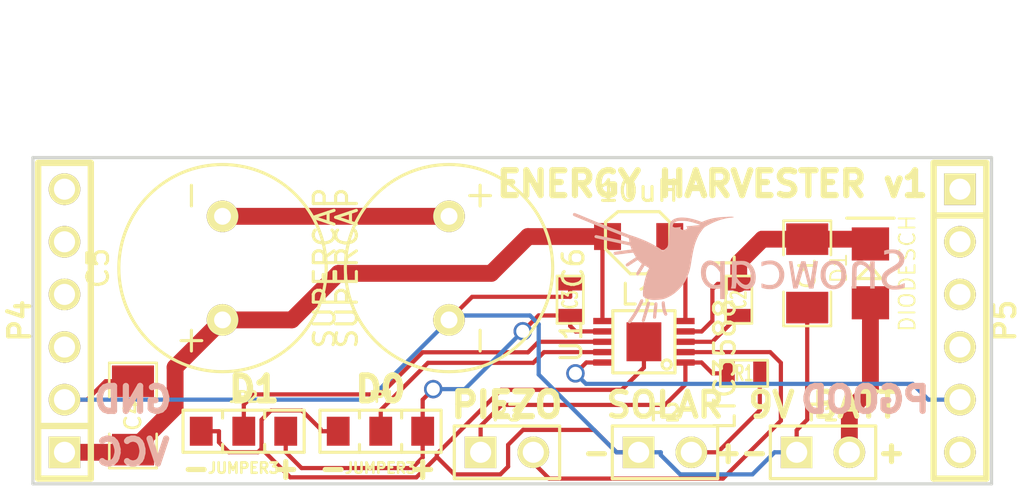
<source format=kicad_pcb>
(kicad_pcb (version 20171130) (host pcbnew "(5.1.12)-1")

  (general
    (thickness 1.6)
    (drawings 22)
    (tracks 136)
    (zones 0)
    (modules 18)
    (nets 15)
  )

  (page A3)
  (layers
    (0 F.Cu signal)
    (31 B.Cu signal)
    (32 B.Adhes user)
    (33 F.Adhes user hide)
    (34 B.Paste user)
    (35 F.Paste user)
    (36 B.SilkS user)
    (37 F.SilkS user)
    (38 B.Mask user)
    (39 F.Mask user)
    (40 Dwgs.User user)
    (41 Cmts.User user)
    (42 Eco1.User user)
    (43 Eco2.User user)
    (44 Edge.Cuts user)
  )

  (setup
    (last_trace_width 0.2032)
    (user_trace_width 0.8128)
    (trace_clearance 0.2032)
    (zone_clearance 0.3)
    (zone_45_only no)
    (trace_min 0.2032)
    (via_size 0.889)
    (via_drill 0.635)
    (via_min_size 0.889)
    (via_min_drill 0.508)
    (uvia_size 0.508)
    (uvia_drill 0.127)
    (uvias_allowed no)
    (uvia_min_size 0.508)
    (uvia_min_drill 0.127)
    (edge_width 0.15)
    (segment_width 0.2)
    (pcb_text_width 0.3)
    (pcb_text_size 1 1)
    (mod_edge_width 0.15)
    (mod_text_size 1 1)
    (mod_text_width 0.15)
    (pad_size 0.305 0.889)
    (pad_drill 0)
    (pad_to_mask_clearance 0)
    (aux_axis_origin 0 0)
    (visible_elements 7FFFFFFF)
    (pcbplotparams
      (layerselection 0x00030_ffffffff)
      (usegerberextensions true)
      (usegerberattributes true)
      (usegerberadvancedattributes true)
      (creategerberjobfile true)
      (excludeedgelayer true)
      (linewidth 0.150000)
      (plotframeref false)
      (viasonmask false)
      (mode 1)
      (useauxorigin false)
      (hpglpennumber 1)
      (hpglpenspeed 20)
      (hpglpendiameter 15.000000)
      (psnegative false)
      (psa4output false)
      (plotreference true)
      (plotvalue true)
      (plotinvisibletext false)
      (padsonsilk false)
      (subtractmaskfromsilk false)
      (outputformat 1)
      (mirror false)
      (drillshape 1)
      (scaleselection 1)
      (outputdirectory ""))
  )

  (net 0 "")
  (net 1 /PGOOD)
  (net 2 /VIN2)
  (net 3 GND)
  (net 4 N-0000011)
  (net 5 N-0000012)
  (net 6 N-0000013)
  (net 7 N-0000014)
  (net 8 N-0000015)
  (net 9 N-0000017)
  (net 10 N-0000018)
  (net 11 N-0000020)
  (net 12 N-0000022)
  (net 13 N-0000023)
  (net 14 VCC)

  (net_class Default "This is the default net class."
    (clearance 0.2032)
    (trace_width 0.2032)
    (via_dia 0.889)
    (via_drill 0.635)
    (uvia_dia 0.508)
    (uvia_drill 0.127)
    (add_net /PGOOD)
    (add_net /VIN2)
    (add_net GND)
    (add_net N-0000011)
    (add_net N-0000012)
    (add_net N-0000013)
    (add_net N-0000014)
    (add_net N-0000015)
    (add_net N-0000017)
    (add_net N-0000018)
    (add_net N-0000020)
    (add_net N-0000022)
    (add_net N-0000023)
    (add_net VCC)
  )

  (module SM1206 (layer F.Cu) (tedit 4) (tstamp 53C50589)
    (at 62.738 44.704 270)
    (path /53C3E605)
    (attr smd)
    (fp_text reference C1 (at 0 0 270) (layer F.SilkS)
      (effects (font (size 0.762 0.762) (thickness 0.127)))
    )
    (fp_text value 100uF (at 0 0 270) (layer F.SilkS) hide
      (effects (font (size 0.762 0.762) (thickness 0.127)))
    )
    (fp_line (start -0.889 -1.143) (end -2.54 -1.143) (layer F.SilkS) (width 0.127))
    (fp_line (start 2.54 1.143) (end 0.889 1.143) (layer F.SilkS) (width 0.127))
    (fp_line (start 2.54 -1.143) (end 2.54 1.143) (layer F.SilkS) (width 0.127))
    (fp_line (start 0.889 -1.143) (end 2.54 -1.143) (layer F.SilkS) (width 0.127))
    (fp_line (start -2.54 1.143) (end -0.889 1.143) (layer F.SilkS) (width 0.127))
    (fp_line (start -2.54 -1.143) (end -2.54 1.143) (layer F.SilkS) (width 0.127))
    (pad 1 smd rect (at -1.651 0 270) (size 1.524 2.032) (layers F.Cu F.Paste F.Mask)
      (net 13 N-0000023))
    (pad 2 smd rect (at 1.651 0 270) (size 1.524 2.032) (layers F.Cu F.Paste F.Mask)
      (net 3 GND))
    (model smd/chip_cms.wrl
      (at (xyz 0 0 0))
      (scale (xyz 0.17 0.16 0.16))
      (rotate (xyz 0 0 0))
    )
  )

  (module SM0603 (layer F.Cu) (tedit 455C3716) (tstamp 53C50593)
    (at 59.69 49.53 180)
    (path /53C3E509)
    (attr smd)
    (fp_text reference R1 (at 0 0 180) (layer F.SilkS)
      (effects (font (size 0.7112 0.4572) (thickness 0.127)))
    )
    (fp_text value 300R (at 0 0 180) (layer F.SilkS) hide
      (effects (font (size 0.7112 0.4572) (thickness 0.127)))
    )
    (fp_line (start -1.143 0.635) (end -1.143 -0.635) (layer F.SilkS) (width 0.127))
    (fp_line (start 1.143 0.635) (end -1.143 0.635) (layer F.SilkS) (width 0.127))
    (fp_line (start 1.143 -0.635) (end 1.143 0.635) (layer F.SilkS) (width 0.127))
    (fp_line (start -1.143 -0.635) (end 1.143 -0.635) (layer F.SilkS) (width 0.127))
    (pad 1 smd rect (at -0.762 0 180) (size 0.635 1.143) (layers F.Cu F.Paste F.Mask)
      (net 11 N-0000020))
    (pad 2 smd rect (at 0.762 0 180) (size 0.635 1.143) (layers F.Cu F.Paste F.Mask)
      (net 4 N-0000011))
    (model smd/chip_cms.wrl
      (at (xyz 0 0 0))
      (scale (xyz 0.08 0.08 0.08))
      (rotate (xyz 0 0 0))
    )
  )

  (module SM0603 (layer F.Cu) (tedit 455C3716) (tstamp 53C5059D)
    (at 59.436 45.974 270)
    (path /53C3E62B)
    (attr smd)
    (fp_text reference C2 (at 0 0 270) (layer F.SilkS)
      (effects (font (size 0.7112 0.4572) (thickness 0.127)))
    )
    (fp_text value 1uF (at 0 0 270) (layer F.SilkS) hide
      (effects (font (size 0.7112 0.4572) (thickness 0.127)))
    )
    (fp_line (start -1.143 0.635) (end -1.143 -0.635) (layer F.SilkS) (width 0.127))
    (fp_line (start 1.143 0.635) (end -1.143 0.635) (layer F.SilkS) (width 0.127))
    (fp_line (start 1.143 -0.635) (end 1.143 0.635) (layer F.SilkS) (width 0.127))
    (fp_line (start -1.143 -0.635) (end 1.143 -0.635) (layer F.SilkS) (width 0.127))
    (pad 1 smd rect (at -0.762 0 270) (size 0.635 1.143) (layers F.Cu F.Paste F.Mask)
      (net 13 N-0000023))
    (pad 2 smd rect (at 0.762 0 270) (size 0.635 1.143) (layers F.Cu F.Paste F.Mask)
      (net 10 N-0000018))
    (model smd/chip_cms.wrl
      (at (xyz 0 0 0))
      (scale (xyz 0.08 0.08 0.08))
      (rotate (xyz 0 0 0))
    )
  )

  (module SM0603 (layer F.Cu) (tedit 455C3716) (tstamp 53C505A7)
    (at 51.308 45.974 90)
    (path /53C3E69E)
    (attr smd)
    (fp_text reference C3 (at 0 0 90) (layer F.SilkS)
      (effects (font (size 0.7112 0.4572) (thickness 0.127)))
    )
    (fp_text value 4.7uF (at 0 0 90) (layer F.SilkS) hide
      (effects (font (size 0.7112 0.4572) (thickness 0.127)))
    )
    (fp_line (start -1.143 0.635) (end -1.143 -0.635) (layer F.SilkS) (width 0.127))
    (fp_line (start 1.143 0.635) (end -1.143 0.635) (layer F.SilkS) (width 0.127))
    (fp_line (start 1.143 -0.635) (end 1.143 0.635) (layer F.SilkS) (width 0.127))
    (fp_line (start -1.143 -0.635) (end 1.143 -0.635) (layer F.SilkS) (width 0.127))
    (pad 1 smd rect (at -0.762 0 90) (size 0.635 1.143) (layers F.Cu F.Paste F.Mask)
      (net 2 /VIN2))
    (pad 2 smd rect (at 0.762 0 90) (size 0.635 1.143) (layers F.Cu F.Paste F.Mask)
      (net 3 GND))
    (model smd/chip_cms.wrl
      (at (xyz 0 0 0))
      (scale (xyz 0.08 0.08 0.08))
      (rotate (xyz 0 0 0))
    )
  )

  (module PIN_ARRAY_2X1 (layer F.Cu) (tedit 4565C520) (tstamp 53C505C9)
    (at 55.88 53.34)
    (descr "Connecteurs 2 pins")
    (tags "CONN DEV")
    (path /53C3E518)
    (fp_text reference P2 (at 0 -1.905) (layer F.SilkS)
      (effects (font (size 0.762 0.762) (thickness 0.1524)))
    )
    (fp_text value CONN_2 (at 0 -1.905) (layer F.SilkS) hide
      (effects (font (size 0.762 0.762) (thickness 0.1524)))
    )
    (fp_line (start 2.54 1.27) (end -2.54 1.27) (layer F.SilkS) (width 0.1524))
    (fp_line (start 2.54 -1.27) (end 2.54 1.27) (layer F.SilkS) (width 0.1524))
    (fp_line (start -2.54 -1.27) (end 2.54 -1.27) (layer F.SilkS) (width 0.1524))
    (fp_line (start -2.54 1.27) (end -2.54 -1.27) (layer F.SilkS) (width 0.1524))
    (pad 1 thru_hole rect (at -1.27 0) (size 1.524 1.524) (drill 1.016) (layers *.Cu *.Mask F.SilkS)
      (net 3 GND))
    (pad 2 thru_hole circle (at 1.27 0) (size 1.524 1.524) (drill 1.016) (layers *.Cu *.Mask F.SilkS)
      (net 11 N-0000020))
    (model pin_array/pins_array_2x1.wrl
      (at (xyz 0 0 0))
      (scale (xyz 1 1 1))
      (rotate (xyz 0 0 0))
    )
  )

  (module PIN_ARRAY_2X1 (layer F.Cu) (tedit 4565C520) (tstamp 53C505D3)
    (at 63.5 53.34)
    (descr "Connecteurs 2 pins")
    (tags "CONN DEV")
    (path /53C3E558)
    (fp_text reference P1 (at 0 -1.905) (layer F.SilkS)
      (effects (font (size 0.762 0.762) (thickness 0.1524)))
    )
    (fp_text value CONN_2 (at 0 -1.905) (layer F.SilkS) hide
      (effects (font (size 0.762 0.762) (thickness 0.1524)))
    )
    (fp_line (start 2.54 1.27) (end -2.54 1.27) (layer F.SilkS) (width 0.1524))
    (fp_line (start 2.54 -1.27) (end 2.54 1.27) (layer F.SilkS) (width 0.1524))
    (fp_line (start -2.54 -1.27) (end 2.54 -1.27) (layer F.SilkS) (width 0.1524))
    (fp_line (start -2.54 1.27) (end -2.54 -1.27) (layer F.SilkS) (width 0.1524))
    (pad 1 thru_hole rect (at -1.27 0) (size 1.524 1.524) (drill 1.016) (layers *.Cu *.Mask F.SilkS)
      (net 3 GND))
    (pad 2 thru_hole circle (at 1.27 0) (size 1.524 1.524) (drill 1.016) (layers *.Cu *.Mask F.SilkS)
      (net 9 N-0000017))
    (model pin_array/pins_array_2x1.wrl
      (at (xyz 0 0 0))
      (scale (xyz 1 1 1))
      (rotate (xyz 0 0 0))
    )
  )

  (module PIN_ARRAY_2X1 (layer F.Cu) (tedit 4565C520) (tstamp 53C505DD)
    (at 48.26 53.34)
    (descr "Connecteurs 2 pins")
    (tags "CONN DEV")
    (path /53C3E922)
    (fp_text reference P3 (at 0 -1.905) (layer F.SilkS)
      (effects (font (size 0.762 0.762) (thickness 0.1524)))
    )
    (fp_text value CONN_2 (at 0 -1.905) (layer F.SilkS) hide
      (effects (font (size 0.762 0.762) (thickness 0.1524)))
    )
    (fp_line (start 2.54 1.27) (end -2.54 1.27) (layer F.SilkS) (width 0.1524))
    (fp_line (start 2.54 -1.27) (end 2.54 1.27) (layer F.SilkS) (width 0.1524))
    (fp_line (start -2.54 -1.27) (end 2.54 -1.27) (layer F.SilkS) (width 0.1524))
    (fp_line (start -2.54 1.27) (end -2.54 -1.27) (layer F.SilkS) (width 0.1524))
    (pad 1 thru_hole rect (at -1.27 0) (size 1.524 1.524) (drill 1.016) (layers *.Cu *.Mask F.SilkS)
      (net 4 N-0000011))
    (pad 2 thru_hole circle (at 1.27 0) (size 1.524 1.524) (drill 1.016) (layers *.Cu *.Mask F.SilkS)
      (net 5 N-0000012))
    (model pin_array/pins_array_2x1.wrl
      (at (xyz 0 0 0))
      (scale (xyz 1 1 1))
      (rotate (xyz 0 0 0))
    )
  )

  (module PIN_ARRAY-6X1 (layer F.Cu) (tedit 41402119) (tstamp 53C505EC)
    (at 26.924 46.99 90)
    (descr "Connecteur 6 pins")
    (tags "CONN DEV")
    (path /53C4FACB)
    (fp_text reference P4 (at 0 -2.159 90) (layer F.SilkS)
      (effects (font (size 1.016 1.016) (thickness 0.2032)))
    )
    (fp_text value CONN_6 (at 0 2.159 90) (layer F.SilkS) hide
      (effects (font (size 1.016 0.889) (thickness 0.2032)))
    )
    (fp_line (start -5.08 1.27) (end -5.08 -1.27) (layer F.SilkS) (width 0.3048))
    (fp_line (start 7.62 1.27) (end -7.62 1.27) (layer F.SilkS) (width 0.3048))
    (fp_line (start 7.62 -1.27) (end 7.62 1.27) (layer F.SilkS) (width 0.3048))
    (fp_line (start -7.62 -1.27) (end 7.62 -1.27) (layer F.SilkS) (width 0.3048))
    (fp_line (start -7.62 1.27) (end -7.62 -1.27) (layer F.SilkS) (width 0.3048))
    (pad 1 thru_hole rect (at -6.35 0 90) (size 1.524 1.524) (drill 1.016) (layers *.Cu *.Mask F.SilkS)
      (net 14 VCC))
    (pad 2 thru_hole circle (at -3.81 0 90) (size 1.524 1.524) (drill 1.016) (layers *.Cu *.Mask F.SilkS)
      (net 3 GND))
    (pad 3 thru_hole circle (at -1.27 0 90) (size 1.524 1.524) (drill 1.016) (layers *.Cu *.Mask F.SilkS))
    (pad 4 thru_hole circle (at 1.27 0 90) (size 1.524 1.524) (drill 1.016) (layers *.Cu *.Mask F.SilkS))
    (pad 5 thru_hole circle (at 3.81 0 90) (size 1.524 1.524) (drill 1.016) (layers *.Cu *.Mask F.SilkS))
    (pad 6 thru_hole circle (at 6.35 0 90) (size 1.524 1.524) (drill 1.016) (layers *.Cu *.Mask F.SilkS))
    (model pin_array/pins_array_6x1.wrl
      (at (xyz 0 0 0))
      (scale (xyz 1 1 1))
      (rotate (xyz 0 0 0))
    )
  )

  (module PIN_ARRAY-6X1 (layer F.Cu) (tedit 41402119) (tstamp 53C505FB)
    (at 70.104 46.99 270)
    (descr "Connecteur 6 pins")
    (tags "CONN DEV")
    (path /53C4FADA)
    (fp_text reference P5 (at 0 -2.159 270) (layer F.SilkS)
      (effects (font (size 1.016 1.016) (thickness 0.2032)))
    )
    (fp_text value CONN_6 (at 0 2.159 270) (layer F.SilkS) hide
      (effects (font (size 1.016 0.889) (thickness 0.2032)))
    )
    (fp_line (start -5.08 1.27) (end -5.08 -1.27) (layer F.SilkS) (width 0.3048))
    (fp_line (start 7.62 1.27) (end -7.62 1.27) (layer F.SilkS) (width 0.3048))
    (fp_line (start 7.62 -1.27) (end 7.62 1.27) (layer F.SilkS) (width 0.3048))
    (fp_line (start -7.62 -1.27) (end 7.62 -1.27) (layer F.SilkS) (width 0.3048))
    (fp_line (start -7.62 1.27) (end -7.62 -1.27) (layer F.SilkS) (width 0.3048))
    (pad 1 thru_hole rect (at -6.35 0 270) (size 1.524 1.524) (drill 1.016) (layers *.Cu *.Mask F.SilkS))
    (pad 2 thru_hole circle (at -3.81 0 270) (size 1.524 1.524) (drill 1.016) (layers *.Cu *.Mask F.SilkS))
    (pad 3 thru_hole circle (at -1.27 0 270) (size 1.524 1.524) (drill 1.016) (layers *.Cu *.Mask F.SilkS))
    (pad 4 thru_hole circle (at 1.27 0 270) (size 1.524 1.524) (drill 1.016) (layers *.Cu *.Mask F.SilkS))
    (pad 5 thru_hole circle (at 3.81 0 270) (size 1.524 1.524) (drill 1.016) (layers *.Cu *.Mask F.SilkS)
      (net 1 /PGOOD))
    (pad 6 thru_hole circle (at 6.35 0 270) (size 1.524 1.524) (drill 1.016) (layers *.Cu *.Mask F.SilkS))
    (model pin_array/pins_array_6x1.wrl
      (at (xyz 0 0 0))
      (scale (xyz 1 1 1))
      (rotate (xyz 0 0 0))
    )
  )

  (module SUPERCAP_ESHSR-0010C0-002R7 (layer F.Cu) (tedit 53C51179) (tstamp 53C5676B)
    (at 34.544 44.45 90)
    (path /53C3E8A4)
    (fp_text reference C5 (at 0 -6 90) (layer F.SilkS)
      (effects (font (size 1 1) (thickness 0.15)))
    )
    (fp_text value SUPERCAP (at 0 6 90) (layer F.SilkS)
      (effects (font (size 1 1) (thickness 0.15)))
    )
    (fp_circle (center 0 0) (end -5 0) (layer F.SilkS) (width 0.15))
    (fp_line (start -3.5 -1) (end -3.5 -2) (layer F.SilkS) (width 0.15))
    (fp_line (start -4 -1.5) (end -3 -1.5) (layer F.SilkS) (width 0.15))
    (fp_line (start 3 -1.5) (end 4 -1.5) (layer F.SilkS) (width 0.15))
    (pad 1 thru_hole circle (at -2.5 0 90) (size 1.524 1.524) (drill 0.8128) (layers *.Cu *.Mask F.SilkS)
      (net 14 VCC))
    (pad 2 thru_hole circle (at 2.5 0 90) (size 1.524 1.524) (drill 0.8128) (layers *.Cu *.Mask F.SilkS)
      (net 7 N-0000014))
  )

  (module SM0805_JUMPER3 (layer F.Cu) (tedit 53C50C10) (tstamp 53C5677A)
    (at 42.164 52.324)
    (path /53C50811)
    (fp_text reference JP1 (at 0 -1.651) (layer F.SilkS)
      (effects (font (size 0.50038 0.50038) (thickness 0.12446)))
    )
    (fp_text value JUMPER3 (at 0 1.778) (layer F.SilkS)
      (effects (font (size 0.50038 0.50038) (thickness 0.12446)))
    )
    (fp_line (start 2.921 1.016) (end 2.921 -1.016) (layer F.SilkS) (width 0.15))
    (fp_line (start -2.921 1.016) (end 2.921 1.016) (layer F.SilkS) (width 0.15))
    (fp_line (start -2.921 -1.016) (end -2.921 1.016) (layer F.SilkS) (width 0.15))
    (fp_line (start 2.921 -1.016) (end -2.921 -1.016) (layer F.SilkS) (width 0.15))
    (fp_line (start 1.016 -1.016) (end 1.016 -0.635) (layer F.SilkS) (width 0.15))
    (fp_line (start 1.016 1.016) (end 1.016 0.635) (layer F.SilkS) (width 0.15))
    (fp_line (start -1.016 -1.016) (end -1.016 -0.635) (layer F.SilkS) (width 0.15))
    (fp_line (start -1.016 1.016) (end -1.016 0.635) (layer F.SilkS) (width 0.15))
    (pad 1 smd rect (at -2.04216 0) (size 1.09982 1.39954) (layers F.Cu F.Paste F.Mask)
      (net 3 GND) (solder_mask_margin 0.09906))
    (pad 2 smd rect (at 0.01016 0) (size 1.09982 1.39954) (layers F.Cu F.Paste F.Mask)
      (net 8 N-0000015) (solder_mask_margin 0.09906))
    (pad 3 smd rect (at 2.032 0) (size 1.09982 1.39954) (layers F.Cu F.Paste F.Mask)
      (net 2 /VIN2))
  )

  (module SM0805_JUMPER3 (layer F.Cu) (tedit 53C50C10) (tstamp 53C56789)
    (at 35.56 52.324)
    (path /53C50820)
    (fp_text reference JP2 (at 0 -1.651) (layer F.SilkS)
      (effects (font (size 0.50038 0.50038) (thickness 0.12446)))
    )
    (fp_text value JUMPER3 (at 0 1.778) (layer F.SilkS)
      (effects (font (size 0.50038 0.50038) (thickness 0.12446)))
    )
    (fp_line (start 2.921 1.016) (end 2.921 -1.016) (layer F.SilkS) (width 0.15))
    (fp_line (start -2.921 1.016) (end 2.921 1.016) (layer F.SilkS) (width 0.15))
    (fp_line (start -2.921 -1.016) (end -2.921 1.016) (layer F.SilkS) (width 0.15))
    (fp_line (start 2.921 -1.016) (end -2.921 -1.016) (layer F.SilkS) (width 0.15))
    (fp_line (start 1.016 -1.016) (end 1.016 -0.635) (layer F.SilkS) (width 0.15))
    (fp_line (start 1.016 1.016) (end 1.016 0.635) (layer F.SilkS) (width 0.15))
    (fp_line (start -1.016 -1.016) (end -1.016 -0.635) (layer F.SilkS) (width 0.15))
    (fp_line (start -1.016 1.016) (end -1.016 0.635) (layer F.SilkS) (width 0.15))
    (pad 1 smd rect (at -2.04216 0) (size 1.09982 1.39954) (layers F.Cu F.Paste F.Mask)
      (net 3 GND) (solder_mask_margin 0.09906))
    (pad 2 smd rect (at 0.01016 0) (size 1.09982 1.39954) (layers F.Cu F.Paste F.Mask)
      (net 6 N-0000013) (solder_mask_margin 0.09906))
    (pad 3 smd rect (at 2.032 0) (size 1.09982 1.39954) (layers F.Cu F.Paste F.Mask)
      (net 2 /VIN2))
  )

  (module INDUCTOR-CDRH2D18-LD (layer F.Cu) (tedit 53C50E1D) (tstamp 53C56797)
    (at 54.61 42.926 180)
    (path /53C3E7E4)
    (fp_text reference L1 (at 0 -2.8 180) (layer F.SilkS)
      (effects (font (size 1 1) (thickness 0.15)))
    )
    (fp_text value 10uH (at 0 2.2 180) (layer F.SilkS)
      (effects (font (size 1 1) (thickness 0.15)))
    )
    (fp_line (start -1.5 0.7) (end -1.5 -0.6) (layer F.SilkS) (width 0.15))
    (fp_line (start -1 1.2) (end -1.5 0.7) (layer F.SilkS) (width 0.15))
    (fp_line (start 1 1.2) (end -1 1.2) (layer F.SilkS) (width 0.15))
    (fp_line (start 1.6 0.7) (end 1 1.2) (layer F.SilkS) (width 0.15))
    (fp_line (start 1.6 -0.6) (end 1.6 0.7) (layer F.SilkS) (width 0.15))
    (fp_line (start 0.4 -1.8) (end 1.6 -0.6) (layer F.SilkS) (width 0.15))
    (fp_line (start -0.4 -1.8) (end 0.4 -1.8) (layer F.SilkS) (width 0.15))
    (fp_line (start -1.5 -0.6) (end -0.4 -1.8) (layer F.SilkS) (width 0.15))
    (pad 1 smd rect (at -1.5 0 180) (size 1.3 1.3) (layers F.Cu F.Paste F.Mask)
      (net 12 N-0000022))
    (pad 2 smd rect (at 1.5 0 180) (size 1.3 1.3) (layers F.Cu F.Paste F.Mask)
      (net 14 VCC))
  )

  (module LTC3588-1-MSOP10 (layer F.Cu) (tedit 53C5326D) (tstamp 53C5DD6B)
    (at 54.864 48.006 90)
    (path /53C3E4FA)
    (solder_mask_margin 0.1)
    (solder_paste_margin 0.1)
    (clearance 0.1)
    (fp_text reference U1 (at 0 -3.5 90) (layer F.SilkS)
      (effects (font (size 1 1) (thickness 0.15)))
    )
    (fp_text value LTC3588-1 (at 0 3.9 90) (layer F.SilkS)
      (effects (font (size 1 1) (thickness 0.15)))
    )
    (fp_line (start -1.5 1.5) (end -1.5 -1.5) (layer F.SilkS) (width 0.15))
    (fp_line (start 1.5 1.5) (end -1.5 1.5) (layer F.SilkS) (width 0.15))
    (fp_line (start 1.5 -1.5) (end 1.5 1.5) (layer F.SilkS) (width 0.15))
    (fp_line (start -1.5 -1.5) (end 1.5 -1.5) (layer F.SilkS) (width 0.15))
    (fp_circle (center -1.1 1.1) (end -0.9 1.2) (layer F.SilkS) (width 0.15))
    (pad 11 smd rect (at 0 0 90) (size 1.88 1.68) (layers F.Cu F.Paste F.Mask)
      (net 3 GND))
    (pad 1 smd rect (at -1 2 90) (size 0.305 0.889) (layers F.Cu F.Paste F.Mask)
      (net 4 N-0000011))
    (pad 2 smd rect (at -0.5 2 90) (size 0.305 0.889) (layers F.Cu F.Paste F.Mask)
      (net 5 N-0000012))
    (pad 3 smd rect (at 0 2 90) (size 0.305 0.889) (layers F.Cu F.Paste F.Mask)
      (net 10 N-0000018))
    (pad 4 smd rect (at 0.5 2 90) (size 0.305 0.889) (layers F.Cu F.Paste F.Mask)
      (net 13 N-0000023))
    (pad 5 smd rect (at 1 2 90) (size 0.305 0.889) (layers F.Cu F.Paste F.Mask)
      (net 12 N-0000022))
    (pad 6 smd rect (at 1 -2 90) (size 0.305 0.889) (layers F.Cu F.Paste F.Mask)
      (net 14 VCC))
    (pad 7 smd rect (at 0.5 -2 90) (size 0.305 0.889) (layers F.Cu F.Paste F.Mask)
      (net 2 /VIN2))
    (pad 8 smd rect (at 0 -2 90) (size 0.305 0.889) (layers F.Cu F.Paste F.Mask)
      (net 6 N-0000013))
    (pad 9 smd rect (at -0.5 -2 90) (size 0.305 0.889) (layers F.Cu F.Paste F.Mask)
      (net 8 N-0000015))
    (pad 10 smd rect (at -1 -2 90) (size 0.305 0.889) (layers F.Cu F.Paste F.Mask)
      (net 1 /PGOOD))
  )

  (module SUPERCAP_ESHSR-0010C0-002R7 (layer F.Cu) (tedit 53C51179) (tstamp 53C6D119)
    (at 45.466 44.45 270)
    (path /53C6BB4A)
    (fp_text reference C6 (at 0 -6 270) (layer F.SilkS)
      (effects (font (size 1 1) (thickness 0.15)))
    )
    (fp_text value SUPERCAP (at 0 6 270) (layer F.SilkS)
      (effects (font (size 1 1) (thickness 0.15)))
    )
    (fp_circle (center 0 0) (end -5 0) (layer F.SilkS) (width 0.15))
    (fp_line (start -3.5 -1) (end -3.5 -2) (layer F.SilkS) (width 0.15))
    (fp_line (start -4 -1.5) (end -3 -1.5) (layer F.SilkS) (width 0.15))
    (fp_line (start 3 -1.5) (end 4 -1.5) (layer F.SilkS) (width 0.15))
    (pad 1 thru_hole circle (at -2.5 0 270) (size 1.524 1.524) (drill 0.8128) (layers *.Cu *.Mask F.SilkS)
      (net 7 N-0000014))
    (pad 2 thru_hole circle (at 2.5 0 270) (size 1.524 1.524) (drill 0.8128) (layers *.Cu *.Mask F.SilkS)
      (net 3 GND))
  )

  (module LOGO_SNOWCAP_BACK (layer B.Cu) (tedit 527E936D) (tstamp 53C7B8AE)
    (at 59.436 44.45)
    (fp_text reference Noname_1 (at 0 -28.956) (layer B.SilkS) hide
      (effects (font (size 1.524 1.524) (thickness 0.3048)) (justify mirror))
    )
    (fp_text value "" (at 0 28.956) (layer B.SilkS) hide
      (effects (font (size 1.524 1.524) (thickness 0.3048)) (justify mirror))
    )
    (fp_poly (pts (xy 6.55574 0.98552) (xy 6.44906 0.98552) (xy 6.33984 0.98552) (xy 6.33984 0.59944)
      (xy 6.33984 0.2159) (xy 6.3119 0.16764) (xy 6.26618 0.09652) (xy 6.21284 0.03048)
      (xy 6.15442 -0.0254) (xy 6.096 -0.0762) (xy 6.03504 -0.11684) (xy 5.97408 -0.14478)
      (xy 5.91566 -0.16256) (xy 5.86232 -0.16764) (xy 5.85978 -0.16764) (xy 5.80898 -0.15494)
      (xy 5.7658 -0.127) (xy 5.73024 -0.0889) (xy 5.7023 -0.04318) (xy 5.69214 -0.00508)
      (xy 5.6896 0.01524) (xy 5.68706 0.04826) (xy 5.68452 0.09652) (xy 5.68198 0.16002)
      (xy 5.68198 0.23876) (xy 5.67944 0.33274) (xy 5.67944 0.43942) (xy 5.6769 0.51054)
      (xy 5.67436 0.98552) (xy 5.56768 0.98552) (xy 5.45846 0.98552) (xy 5.45846 0.5461)
      (xy 5.461 0.42926) (xy 5.461 0.32512) (xy 5.461 0.23622) (xy 5.46354 0.15748)
      (xy 5.46608 0.09144) (xy 5.46862 0.03556) (xy 5.47116 -0.0127) (xy 5.47624 -0.05334)
      (xy 5.48132 -0.0889) (xy 5.48894 -0.11684) (xy 5.4991 -0.14224) (xy 5.50672 -0.16764)
      (xy 5.51688 -0.18542) (xy 5.55244 -0.23876) (xy 5.6007 -0.28448) (xy 5.65658 -0.32258)
      (xy 5.72262 -0.34798) (xy 5.7912 -0.36576) (xy 5.842 -0.3683) (xy 5.92328 -0.36068)
      (xy 6.00202 -0.33782) (xy 6.0833 -0.29972) (xy 6.1595 -0.24892) (xy 6.17728 -0.23368)
      (xy 6.20522 -0.21082) (xy 6.22808 -0.18542) (xy 6.25348 -0.16002) (xy 6.28142 -0.12446)
      (xy 6.31698 -0.08128) (xy 6.31698 -0.07874) (xy 6.33984 -0.05334) (xy 6.33984 -0.19304)
      (xy 6.33984 -0.33528) (xy 6.44906 -0.33528) (xy 6.55574 -0.33528) (xy 6.55574 0.32512)
      (xy 6.55574 0.98552)) (layer B.SilkS) (width 0.00254))
    (fp_poly (pts (xy 3.82016 -0.33528) (xy 3.81508 -0.31496) (xy 3.81254 -0.30226) (xy 3.81 -0.27686)
      (xy 3.80238 -0.23876) (xy 3.79476 -0.18796) (xy 3.7846 -0.12446) (xy 3.7719 -0.05334)
      (xy 3.7592 0.0254) (xy 3.7465 0.1143) (xy 3.73126 0.20574) (xy 3.71348 0.30226)
      (xy 3.71094 0.32766) (xy 3.69316 0.42672) (xy 3.68046 0.5207) (xy 3.66522 0.60706)
      (xy 3.65252 0.68834) (xy 3.63982 0.762) (xy 3.62966 0.8255) (xy 3.6195 0.88138)
      (xy 3.61442 0.92202) (xy 3.60934 0.94996) (xy 3.6068 0.9652) (xy 3.6068 0.96774)
      (xy 3.60426 0.97282) (xy 3.59918 0.9779) (xy 3.58902 0.98298) (xy 3.57124 0.98298)
      (xy 3.5433 0.98552) (xy 3.50266 0.98552) (xy 3.49504 0.98552) (xy 3.38836 0.98552)
      (xy 3.27914 0.5588) (xy 3.25882 0.47498) (xy 3.2385 0.3937) (xy 3.21818 0.3175)
      (xy 3.2004 0.24384) (xy 3.18516 0.18034) (xy 3.16992 0.12446) (xy 3.15976 0.08128)
      (xy 3.15468 0.0508) (xy 3.15214 0.04318) (xy 3.14452 0.00508) (xy 3.1369 -0.02286)
      (xy 3.13436 -0.04064) (xy 3.12928 -0.04826) (xy 3.12674 -0.04064) (xy 3.12166 -0.02032)
      (xy 3.11404 0.00762) (xy 3.10642 0.04318) (xy 3.10134 0.06604) (xy 3.09118 0.10668)
      (xy 3.07848 0.15494) (xy 3.0607 0.2159) (xy 3.04038 0.28448) (xy 3.02006 0.35814)
      (xy 2.9972 0.43688) (xy 2.9718 0.5207) (xy 2.96164 0.55626) (xy 2.83464 0.98044)
      (xy 2.73304 0.98298) (xy 2.6289 0.98552) (xy 2.52222 0.3302) (xy 2.50698 0.23114)
      (xy 2.49174 0.13462) (xy 2.4765 0.04318) (xy 2.4638 -0.0381) (xy 2.4511 -0.1143)
      (xy 2.44094 -0.18034) (xy 2.43332 -0.23622) (xy 2.4257 -0.2794) (xy 2.42062 -0.30988)
      (xy 2.41808 -0.32766) (xy 2.41808 -0.3302) (xy 2.4257 -0.33274) (xy 2.44348 -0.33528)
      (xy 2.47142 -0.33528) (xy 2.5019 -0.33528) (xy 2.53492 -0.33528) (xy 2.56032 -0.33528)
      (xy 2.5781 -0.33274) (xy 2.58572 -0.3302) (xy 2.58572 -0.32004) (xy 2.5908 -0.29718)
      (xy 2.59588 -0.26162) (xy 2.6035 -0.2159) (xy 2.61112 -0.16256) (xy 2.62128 -0.1016)
      (xy 2.6289 -0.04826) (xy 2.6416 0.02794) (xy 2.6543 0.10922) (xy 2.667 0.1905)
      (xy 2.6797 0.26924) (xy 2.68986 0.34036) (xy 2.70002 0.39878) (xy 2.70256 0.41656)
      (xy 2.71018 0.4699) (xy 2.7178 0.5207) (xy 2.72542 0.56388) (xy 2.7305 0.5969)
      (xy 2.73304 0.61722) (xy 2.73558 0.62484) (xy 2.73812 0.62738) (xy 2.7432 0.61976)
      (xy 2.74828 0.59944) (xy 2.75844 0.56388) (xy 2.76352 0.54356) (xy 2.7686 0.51562)
      (xy 2.7813 0.47498) (xy 2.794 0.42164) (xy 2.81178 0.36068) (xy 2.8321 0.2921)
      (xy 2.85242 0.2159) (xy 2.87528 0.13716) (xy 2.90068 0.05842) (xy 2.90068 0.05588)
      (xy 3.01498 -0.33274) (xy 3.11404 -0.33274) (xy 3.2131 -0.33274) (xy 3.31978 0.07112)
      (xy 3.3401 0.1524) (xy 3.36042 0.23114) (xy 3.38074 0.3048) (xy 3.39598 0.37592)
      (xy 3.41122 0.43688) (xy 3.42392 0.48768) (xy 3.43408 0.52832) (xy 3.43916 0.55372)
      (xy 3.43916 0.5588) (xy 3.44424 0.59182) (xy 3.44932 0.61722) (xy 3.4544 0.635)
      (xy 3.4544 0.63754) (xy 3.45948 0.62992) (xy 3.46202 0.60706) (xy 3.46964 0.5715)
      (xy 3.4798 0.5207) (xy 3.48996 0.4572) (xy 3.50266 0.37592) (xy 3.5179 0.28194)
      (xy 3.53568 0.17272) (xy 3.55092 0.07112) (xy 3.56108 -0.00508) (xy 3.57378 -0.07874)
      (xy 3.58394 -0.14478) (xy 3.5941 -0.2032) (xy 3.60172 -0.25146) (xy 3.6068 -0.28956)
      (xy 3.61188 -0.31496) (xy 3.61442 -0.32512) (xy 3.62204 -0.3302) (xy 3.63982 -0.33274)
      (xy 3.66776 -0.33528) (xy 3.71348 -0.33528) (xy 3.71856 -0.33528) (xy 3.82016 -0.33528)) (layer B.SilkS) (width 0.00254))
    (fp_poly (pts (xy 5.1816 0.32766) (xy 5.1816 0.381) (xy 5.1816 0.42418) (xy 5.17906 0.45466)
      (xy 5.17652 0.4826) (xy 5.1689 0.51054) (xy 5.16382 0.54102) (xy 5.16128 0.54356)
      (xy 5.12826 0.64262) (xy 5.08254 0.73152) (xy 5.02666 0.81026) (xy 4.96062 0.87884)
      (xy 4.94792 0.89154) (xy 4.94284 0.89408) (xy 4.94284 0.32512) (xy 4.94284 0.26924)
      (xy 4.94284 0.2286) (xy 4.9403 0.19558) (xy 4.93776 0.17018) (xy 4.93268 0.14478)
      (xy 4.92506 0.12192) (xy 4.92506 0.11684) (xy 4.89458 0.03302) (xy 4.85394 -0.03556)
      (xy 4.80568 -0.09398) (xy 4.74726 -0.13716) (xy 4.71678 -0.15494) (xy 4.68884 -0.16764)
      (xy 4.6609 -0.17526) (xy 4.63296 -0.18034) (xy 4.59486 -0.18288) (xy 4.58724 -0.18288)
      (xy 4.51104 -0.18034) (xy 4.445 -0.16764) (xy 4.38404 -0.1397) (xy 4.33324 -0.1016)
      (xy 4.3053 -0.07112) (xy 4.26212 -0.0127) (xy 4.22656 0.05588) (xy 4.2037 0.13716)
      (xy 4.18846 0.22606) (xy 4.18338 0.32004) (xy 4.18592 0.40894) (xy 4.20116 0.50546)
      (xy 4.22656 0.58928) (xy 4.26212 0.66294) (xy 4.3053 0.7239) (xy 4.35864 0.77216)
      (xy 4.41706 0.80518) (xy 4.47548 0.82804) (xy 4.53644 0.8382) (xy 4.60248 0.83566)
      (xy 4.62788 0.83312) (xy 4.699 0.8128) (xy 4.75996 0.77978) (xy 4.81584 0.73406)
      (xy 4.86156 0.6731) (xy 4.88696 0.63246) (xy 4.90474 0.58928) (xy 4.91998 0.55118)
      (xy 4.93014 0.51562) (xy 4.93776 0.47498) (xy 4.9403 0.42926) (xy 4.94284 0.37084)
      (xy 4.94284 0.32512) (xy 4.94284 0.89408) (xy 4.88188 0.93726) (xy 4.80314 0.97536)
      (xy 4.71678 1.0033) (xy 4.62534 1.01854) (xy 4.53136 1.02108) (xy 4.48564 1.016)
      (xy 4.39166 0.99822) (xy 4.3053 0.96774) (xy 4.22402 0.92202) (xy 4.1529 0.8636)
      (xy 4.0894 0.79502) (xy 4.0386 0.71374) (xy 3.99542 0.62484) (xy 3.96494 0.52578)
      (xy 3.9624 0.50546) (xy 3.95478 0.47244) (xy 3.9497 0.44196) (xy 3.94716 0.40894)
      (xy 3.94716 0.3683) (xy 3.94716 0.32004) (xy 3.9497 0.29718) (xy 3.95224 0.23622)
      (xy 3.95478 0.18542) (xy 3.95986 0.14224) (xy 3.97002 0.10414) (xy 3.98272 0.0635)
      (xy 3.99796 0.01524) (xy 4.0005 0.0127) (xy 4.03352 -0.05842) (xy 4.07924 -0.127)
      (xy 4.13258 -0.1905) (xy 4.191 -0.24892) (xy 4.25196 -0.28956) (xy 4.31292 -0.32258)
      (xy 4.37388 -0.3429) (xy 4.44246 -0.35814) (xy 4.51866 -0.36576) (xy 4.53644 -0.36576)
      (xy 4.62788 -0.36576) (xy 4.70916 -0.3556) (xy 4.78282 -0.33528) (xy 4.8514 -0.30734)
      (xy 4.8895 -0.28448) (xy 4.96316 -0.2286) (xy 5.02666 -0.16002) (xy 5.08254 -0.08382)
      (xy 5.12572 0.00508) (xy 5.16128 0.09906) (xy 5.16636 0.11684) (xy 5.17144 0.14732)
      (xy 5.17652 0.17526) (xy 5.17906 0.20574) (xy 5.1816 0.2413) (xy 5.1816 0.28702)
      (xy 5.1816 0.32766)) (layer B.SilkS) (width 0.00254))
    (fp_poly (pts (xy 2.1971 0.2667) (xy 2.19456 0.37846) (xy 2.19202 0.4064) (xy 2.17424 0.51308)
      (xy 2.14376 0.61214) (xy 2.09804 0.70358) (xy 2.03962 0.78486) (xy 1.98374 0.84582)
      (xy 1.905 0.90932) (xy 1.81864 0.95758) (xy 1.72466 0.9906) (xy 1.62306 1.01346)
      (xy 1.5113 1.01854) (xy 1.42748 1.016) (xy 1.30556 1.00076) (xy 1.17856 0.97028)
      (xy 1.16332 0.96774) (xy 1.09982 0.94742) (xy 1.09728 0.84074) (xy 1.09728 0.79756)
      (xy 1.09728 0.76962) (xy 1.09982 0.7493) (xy 1.10236 0.74168) (xy 1.1049 0.73914)
      (xy 1.10998 0.73914) (xy 1.13538 0.7493) (xy 1.17348 0.75946) (xy 1.21666 0.77216)
      (xy 1.26238 0.78486) (xy 1.30302 0.79756) (xy 1.33858 0.80518) (xy 1.3589 0.81026)
      (xy 1.39954 0.8128) (xy 1.45034 0.81534) (xy 1.50368 0.81534) (xy 1.55956 0.8128)
      (xy 1.60782 0.80772) (xy 1.64846 0.8001) (xy 1.66624 0.79502) (xy 1.73482 0.762)
      (xy 1.79578 0.71628) (xy 1.84658 0.6604) (xy 1.88976 0.58674) (xy 1.90246 0.56388)
      (xy 1.92786 0.50038) (xy 1.94564 0.44196) (xy 1.95326 0.381) (xy 1.9558 0.31496)
      (xy 1.95072 0.22098) (xy 1.9304 0.13462) (xy 1.89992 0.05588) (xy 1.85928 -0.0127)
      (xy 1.80848 -0.07366) (xy 1.74752 -0.11938) (xy 1.6764 -0.15748) (xy 1.62814 -0.17272)
      (xy 1.58496 -0.18034) (xy 1.53162 -0.18288) (xy 1.4732 -0.18288) (xy 1.41478 -0.18034)
      (xy 1.36398 -0.17272) (xy 1.33096 -0.16256) (xy 1.28778 -0.1524) (xy 1.24206 -0.13716)
      (xy 1.21412 -0.127) (xy 1.17602 -0.1143) (xy 1.14554 -0.1016) (xy 1.12268 -0.09398)
      (xy 1.10998 -0.09144) (xy 1.1049 -0.0889) (xy 1.10236 -0.09398) (xy 1.09728 -0.10668)
      (xy 1.09728 -0.127) (xy 1.09728 -0.15748) (xy 1.09728 -0.1905) (xy 1.09728 -0.29464)
      (xy 1.1557 -0.31242) (xy 1.24968 -0.33528) (xy 1.34366 -0.35306) (xy 1.4351 -0.36322)
      (xy 1.524 -0.3683) (xy 1.60528 -0.36576) (xy 1.6637 -0.35814) (xy 1.75768 -0.3302)
      (xy 1.84404 -0.29464) (xy 1.92278 -0.2413) (xy 1.97866 -0.19304) (xy 2.05232 -0.1143)
      (xy 2.1082 -0.03048) (xy 2.15138 0.0635) (xy 2.18186 0.16256) (xy 2.1971 0.2667)) (layer B.SilkS) (width 0.00254))
    (fp_poly (pts (xy 0.82042 0.40894) (xy 0.81788 0.5207) (xy 0.80264 0.62992) (xy 0.8001 0.6477)
      (xy 0.78994 0.6858) (xy 0.77978 0.7239) (xy 0.76708 0.75692) (xy 0.76708 0.75946)
      (xy 0.72644 0.82804) (xy 0.67818 0.889) (xy 0.61722 0.94234) (xy 0.58166 0.9652)
      (xy 0.58166 0.42418) (xy 0.57912 0.36068) (xy 0.57404 0.29972) (xy 0.56642 0.24638)
      (xy 0.56134 0.22098) (xy 0.53848 0.14224) (xy 0.508 0.07366) (xy 0.46736 0.01524)
      (xy 0.42418 -0.03302) (xy 0.36322 -0.08636) (xy 0.30226 -0.12446) (xy 0.23622 -0.14986)
      (xy 0.16256 -0.1651) (xy 0.08128 -0.1651) (xy 0.07112 -0.1651) (xy 0.03048 -0.16256)
      (xy -0.01016 -0.15748) (xy -0.04318 -0.1524) (xy -0.05588 -0.14986) (xy -0.09906 -0.1397)
      (xy -0.1016 0.14986) (xy -0.10414 0.43688) (xy -0.05334 0.51308) (xy -0.02032 0.56134)
      (xy 0.02286 0.61214) (xy 0.06858 0.6604) (xy 0.11176 0.70358) (xy 0.15494 0.73914)
      (xy 0.16256 0.74422) (xy 0.22606 0.77978) (xy 0.28702 0.80264) (xy 0.3429 0.80772)
      (xy 0.39624 0.8001) (xy 0.42926 0.78486) (xy 0.47752 0.74676) (xy 0.51816 0.69596)
      (xy 0.54864 0.63246) (xy 0.56642 0.58166) (xy 0.57404 0.53848) (xy 0.57912 0.48514)
      (xy 0.58166 0.42418) (xy 0.58166 0.9652) (xy 0.55118 0.98298) (xy 0.53848 0.9906)
      (xy 0.51308 1.00076) (xy 0.49022 1.00584) (xy 0.45974 1.01346) (xy 0.42164 1.01854)
      (xy 0.40894 1.01854) (xy 0.38862 1.02108) (xy 0.36068 1.01854) (xy 0.3429 1.016)
      (xy 0.26924 0.99822) (xy 0.19558 0.96774) (xy 0.12192 0.9271) (xy 0.05334 0.8763)
      (xy -0.01016 0.81788) (xy -0.06096 0.75692) (xy -0.06858 0.74422) (xy -0.08382 0.72136)
      (xy -0.09652 0.70358) (xy -0.10414 0.69596) (xy -0.10668 0.70358) (xy -0.11176 0.7239)
      (xy -0.1143 0.75184) (xy -0.1143 0.75946) (xy -0.11938 0.79502) (xy -0.12446 0.84074)
      (xy -0.12954 0.88392) (xy -0.13208 0.9017) (xy -0.14732 0.98552) (xy -0.26162 0.98552)
      (xy -0.30734 0.98552) (xy -0.33782 0.98298) (xy -0.35814 0.98298) (xy -0.3683 0.98044)
      (xy -0.37338 0.97536) (xy -0.37338 0.97028) (xy -0.36576 0.94234) (xy -0.35814 0.91186)
      (xy -0.35052 0.88138) (xy -0.34544 0.84836) (xy -0.34036 0.81026) (xy -0.33782 0.76708)
      (xy -0.33528 0.71628) (xy -0.33274 0.65786) (xy -0.3302 0.58928) (xy -0.3302 0.51308)
      (xy -0.32766 0.42164) (xy -0.32766 0.3175) (xy -0.32766 0.20066) (xy -0.32766 0.18034)
      (xy -0.32766 -0.33528) (xy -0.14478 -0.34036) (xy -0.05334 -0.3429) (xy 0.02794 -0.34544)
      (xy 0.09398 -0.34798) (xy 0.14986 -0.34798) (xy 0.19558 -0.34544) (xy 0.23622 -0.34544)
      (xy 0.2667 -0.34036) (xy 0.29464 -0.33528) (xy 0.32004 -0.3302) (xy 0.32258 -0.3302)
      (xy 0.38354 -0.30988) (xy 0.43688 -0.28448) (xy 0.49022 -0.254) (xy 0.52578 -0.22606)
      (xy 0.5969 -0.16256) (xy 0.6604 -0.08636) (xy 0.71374 0) (xy 0.75692 0.09398)
      (xy 0.78994 0.19558) (xy 0.81026 0.29972) (xy 0.82042 0.40894)) (layer B.SilkS) (width 0.00254))
    (fp_poly (pts (xy 8.00608 0.72136) (xy 8.00354 0.83566) (xy 8.001 0.94742) (xy 7.91718 0.97536)
      (xy 7.83844 0.99822) (xy 7.76986 1.016) (xy 7.70128 1.02616) (xy 7.63016 1.03378)
      (xy 7.5692 1.03632) (xy 7.52094 1.03632) (xy 7.47268 1.03632) (xy 7.4295 1.03632)
      (xy 7.39648 1.03378) (xy 7.38886 1.03124) (xy 7.28726 1.01346) (xy 7.19582 0.98298)
      (xy 7.11454 0.94234) (xy 7.04596 0.889) (xy 6.98754 0.8255) (xy 6.94182 0.7493)
      (xy 6.93928 0.74676) (xy 6.91642 0.68834) (xy 6.90118 0.62992) (xy 6.89356 0.56388)
      (xy 6.89356 0.5207) (xy 6.89864 0.43688) (xy 6.91896 0.36068) (xy 6.95198 0.28702)
      (xy 7.00278 0.21844) (xy 7.02818 0.1905) (xy 7.0485 0.16764) (xy 7.07136 0.14732)
      (xy 7.09422 0.127) (xy 7.1247 0.10668) (xy 7.1628 0.08128) (xy 7.20598 0.0508)
      (xy 7.26186 0.01778) (xy 7.3279 -0.02286) (xy 7.34568 -0.03302) (xy 7.43204 -0.08382)
      (xy 7.50316 -0.12954) (xy 7.56412 -0.17018) (xy 7.61492 -0.20574) (xy 7.65556 -0.23876)
      (xy 7.68604 -0.26924) (xy 7.7089 -0.29972) (xy 7.72668 -0.3302) (xy 7.73684 -0.36068)
      (xy 7.74192 -0.3937) (xy 7.74446 -0.42926) (xy 7.74446 -0.43942) (xy 7.74192 -0.4953)
      (xy 7.72922 -0.54102) (xy 7.7089 -0.58166) (xy 7.67334 -0.61976) (xy 7.62 -0.66294)
      (xy 7.55396 -0.69596) (xy 7.4803 -0.71374) (xy 7.39648 -0.71882) (xy 7.36092 -0.71628)
      (xy 7.24662 -0.70358) (xy 7.13994 -0.68072) (xy 7.08914 -0.66548) (xy 7.05866 -0.65532)
      (xy 7.03326 -0.65024) (xy 7.01802 -0.6477) (xy 7.01548 -0.6477) (xy 7.01548 -0.65532)
      (xy 7.01294 -0.67818) (xy 7.01294 -0.70866) (xy 7.01294 -0.74676) (xy 7.01294 -0.84074)
      (xy 7.0358 -0.84836) (xy 7.08406 -0.8636) (xy 7.14502 -0.87884) (xy 7.21614 -0.889)
      (xy 7.2898 -0.89662) (xy 7.36346 -0.89916) (xy 7.43204 -0.89916) (xy 7.48538 -0.89662)
      (xy 7.57428 -0.88646) (xy 7.65048 -0.86868) (xy 7.71398 -0.84328) (xy 7.7724 -0.8128)
      (xy 7.82574 -0.76962) (xy 7.85114 -0.74676) (xy 7.90448 -0.6858) (xy 7.94258 -0.61722)
      (xy 7.97052 -0.54102) (xy 7.98322 -0.45974) (xy 7.98322 -0.41148) (xy 7.9756 -0.32766)
      (xy 7.95528 -0.24892) (xy 7.91718 -0.17272) (xy 7.86384 -0.1016) (xy 7.83844 -0.0762)
      (xy 7.8105 -0.04826) (xy 7.78256 -0.0254) (xy 7.75208 0) (xy 7.71652 0.0254)
      (xy 7.67334 0.05334) (xy 7.62 0.08636) (xy 7.55396 0.12446) (xy 7.5438 0.127)
      (xy 7.4549 0.18034) (xy 7.37616 0.2286) (xy 7.31266 0.27432) (xy 7.25932 0.31496)
      (xy 7.21614 0.35306) (xy 7.18312 0.39116) (xy 7.16026 0.42672) (xy 7.14248 0.46482)
      (xy 7.13232 0.50546) (xy 7.12724 0.5334) (xy 7.12978 0.59436) (xy 7.14502 0.65278)
      (xy 7.17296 0.70866) (xy 7.21106 0.75692) (xy 7.21614 0.762) (xy 7.25424 0.78994)
      (xy 7.30504 0.81534) (xy 7.36346 0.83566) (xy 7.42696 0.8509) (xy 7.48792 0.85598)
      (xy 7.49808 0.85598) (xy 7.5692 0.8509) (xy 7.65048 0.84074) (xy 7.7343 0.82042)
      (xy 7.8232 0.79502) (xy 7.90702 0.76454) (xy 7.93242 0.75438) (xy 8.00608 0.72136)) (layer B.SilkS) (width 0.00254))
    (fp_poly (pts (xy -0.6731 1.49606) (xy -0.78486 1.49606) (xy -0.89662 1.49606) (xy -0.89662 1.23952)
      (xy -0.89662 0.98298) (xy -0.89662 0.78994) (xy -0.89662 0.50292) (xy -0.89662 0.21336)
      (xy -0.94742 0.13716) (xy -1.0033 0.06096) (xy -1.05918 -0.00254) (xy -1.12014 -0.05842)
      (xy -1.17856 -0.1016) (xy -1.23698 -0.13462) (xy -1.2954 -0.1524) (xy -1.34874 -0.15748)
      (xy -1.35636 -0.15748) (xy -1.4097 -0.14478) (xy -1.45542 -0.11938) (xy -1.49606 -0.07874)
      (xy -1.52908 -0.02794) (xy -1.55448 0.03556) (xy -1.57226 0.10668) (xy -1.58242 0.1905)
      (xy -1.58242 0.27178) (xy -1.5748 0.3683) (xy -1.55702 0.45466) (xy -1.53162 0.52832)
      (xy -1.49352 0.5969) (xy -1.4478 0.65786) (xy -1.4224 0.6858) (xy -1.3716 0.73152)
      (xy -1.3208 0.76708) (xy -1.27 0.78994) (xy -1.22682 0.80518) (xy -1.18872 0.81026)
      (xy -1.14046 0.81534) (xy -1.08458 0.81534) (xy -1.0287 0.8128) (xy -0.97536 0.80518)
      (xy -0.96774 0.80264) (xy -0.89662 0.78994) (xy -0.89662 0.98298) (xy -0.91948 0.98806)
      (xy -0.94488 0.9906) (xy -0.98298 0.99314) (xy -1.03124 0.99568) (xy -1.08204 0.99822)
      (xy -1.13284 0.99822) (xy -1.18364 0.99822) (xy -1.22682 0.99568) (xy -1.25984 0.99314)
      (xy -1.27 0.99314) (xy -1.36398 0.96774) (xy -1.45288 0.9271) (xy -1.53162 0.87376)
      (xy -1.60528 0.80772) (xy -1.66878 0.72644) (xy -1.72466 0.62992) (xy -1.73228 0.61976)
      (xy -1.77038 0.53086) (xy -1.79578 0.43942) (xy -1.81356 0.33782) (xy -1.82118 0.2286)
      (xy -1.82118 0.20066) (xy -1.81864 0.12192) (xy -1.81356 0.05334) (xy -1.80086 -0.00508)
      (xy -1.78562 -0.06096) (xy -1.76022 -0.11684) (xy -1.75768 -0.12446) (xy -1.73482 -0.1651)
      (xy -1.7145 -0.19812) (xy -1.6891 -0.2286) (xy -1.6637 -0.25146) (xy -1.60528 -0.29972)
      (xy -1.54686 -0.33528) (xy -1.48844 -0.3556) (xy -1.4224 -0.36576) (xy -1.41986 -0.36576)
      (xy -1.36144 -0.36576) (xy -1.3081 -0.35814) (xy -1.25476 -0.3429) (xy -1.1938 -0.3175)
      (xy -1.17602 -0.30734) (xy -1.08966 -0.254) (xy -1.01092 -0.18542) (xy -0.94742 -0.1143)
      (xy -0.89662 -0.04826) (xy -0.89408 -0.1905) (xy -0.89154 -0.33274) (xy -0.78232 -0.33528)
      (xy -0.6731 -0.33782) (xy -0.6731 0.57912) (xy -0.6731 1.49606)) (layer B.SilkS) (width 0.00254))
    (fp_poly (pts (xy -0.24892 -2.45872) (xy -0.24892 -2.4511) (xy -0.25654 -2.44602) (xy -0.27178 -2.44348)
      (xy -0.29718 -2.44094) (xy -0.32512 -2.4384) (xy -0.40386 -2.43332) (xy -0.47498 -2.4257)
      (xy -0.54102 -2.41554) (xy -0.60706 -2.40284) (xy -0.67564 -2.3876) (xy -0.75184 -2.36728)
      (xy -0.8382 -2.34442) (xy -0.889 -2.32918) (xy -0.98552 -2.29616) (xy -1.08966 -2.25806)
      (xy -1.19634 -2.21488) (xy -1.30048 -2.16662) (xy -1.40208 -2.11582) (xy -1.49606 -2.06502)
      (xy -1.58242 -2.01422) (xy -1.65608 -1.96596) (xy -1.66116 -1.96088) (xy -1.67894 -1.94564)
      (xy -1.70434 -1.9177) (xy -1.73228 -1.88214) (xy -1.7653 -1.83642) (xy -1.80086 -1.78816)
      (xy -1.83388 -1.7399) (xy -1.8542 -1.71196) (xy -1.8542 -2.08534) (xy -1.9304 -2.11582)
      (xy -1.99644 -2.13868) (xy -2.07518 -2.16408) (xy -2.159 -2.18948) (xy -2.24536 -2.21488)
      (xy -2.33172 -2.2352) (xy -2.41046 -2.25298) (xy -2.48158 -2.26822) (xy -2.5019 -2.27076)
      (xy -2.55016 -2.27584) (xy -2.60858 -2.28092) (xy -2.66954 -2.28346) (xy -2.73558 -2.28346)
      (xy -2.79654 -2.28346) (xy -2.85496 -2.28092) (xy -2.90068 -2.27584) (xy -2.92862 -2.27076)
      (xy -2.9845 -2.25552) (xy -3.03784 -2.23266) (xy -3.0861 -2.20726) (xy -3.12166 -2.17678)
      (xy -3.15214 -2.13868) (xy -3.17246 -2.0828) (xy -3.18262 -2.03708) (xy -3.1877 -2.00406)
      (xy -3.14198 -1.9812) (xy -3.12166 -1.97104) (xy -3.10388 -1.96596) (xy -3.0861 -1.96342)
      (xy -3.06324 -1.96088) (xy -3.03022 -1.96342) (xy -3.00736 -1.96342) (xy -2.96164 -1.9685)
      (xy -2.91084 -1.97358) (xy -2.86766 -1.97866) (xy -2.84734 -1.9812) (xy -2.81432 -1.98628)
      (xy -2.78892 -1.98882) (xy -2.77368 -1.99136) (xy -2.77114 -1.98882) (xy -2.77368 -1.98628)
      (xy -2.77622 -1.98628) (xy -2.78638 -1.97866) (xy -2.79654 -1.96088) (xy -2.8067 -1.94056)
      (xy -2.80924 -1.92278) (xy -2.80162 -1.89992) (xy -2.78384 -1.8796) (xy -2.75844 -1.85928)
      (xy -2.74066 -1.85166) (xy -2.70256 -1.84404) (xy -2.6543 -1.84404) (xy -2.6035 -1.84912)
      (xy -2.55524 -1.86182) (xy -2.54254 -1.8669) (xy -2.5146 -1.88214) (xy -2.49682 -1.89738)
      (xy -2.48666 -1.91516) (xy -2.48666 -1.9177) (xy -2.47904 -1.94564) (xy -2.48666 -1.97358)
      (xy -2.50698 -1.99644) (xy -2.5146 -2.00406) (xy -2.54254 -2.02438) (xy -2.47904 -2.02438)
      (xy -2.44348 -2.02692) (xy -2.39776 -2.02946) (xy -2.33934 -2.032) (xy -2.2733 -2.03962)
      (xy -2.20472 -2.0447) (xy -2.1336 -2.05232) (xy -2.06502 -2.0574) (xy -2.00152 -2.06502)
      (xy -1.9431 -2.07264) (xy -1.89484 -2.08026) (xy -1.8923 -2.08026) (xy -1.8542 -2.08534)
      (xy -1.8542 -1.71196) (xy -1.86944 -1.6891) (xy -1.89992 -1.64338) (xy -1.92532 -1.6002)
      (xy -1.9431 -1.56464) (xy -1.98882 -1.4732) (xy -2.02692 -1.38176) (xy -2.06502 -1.29032)
      (xy -2.09804 -1.19634) (xy -2.12852 -1.09728) (xy -2.15646 -0.99314) (xy -2.1844 -0.87884)
      (xy -2.2098 -0.75692) (xy -2.2352 -0.6223) (xy -2.2606 -0.47752) (xy -2.28092 -0.34798)
      (xy -2.2987 -0.2413) (xy -2.31394 -0.14986) (xy -2.32918 -0.06858) (xy -2.34442 0)
      (xy -2.35712 0.06604) (xy -2.37236 0.12446) (xy -2.39014 0.1778) (xy -2.40792 0.23368)
      (xy -2.42824 0.28702) (xy -2.4384 0.31242) (xy -2.4892 0.43434) (xy -2.54 0.5461)
      (xy -2.59334 0.6477) (xy -2.64922 0.73914) (xy -2.71272 0.82804) (xy -2.7813 0.91186)
      (xy -2.86004 0.99822) (xy -2.93624 1.07442) (xy -3.04292 1.17094) (xy -3.14706 1.25222)
      (xy -3.25374 1.32334) (xy -3.3655 1.3843) (xy -3.43916 1.41986) (xy -3.50266 1.4478)
      (xy -3.55854 1.46812) (xy -3.61188 1.4859) (xy -3.66268 1.4986) (xy -3.71856 1.50876)
      (xy -3.78206 1.51638) (xy -3.85572 1.524) (xy -3.96748 1.53162) (xy -4.064 1.5367)
      (xy -4.15036 1.53416) (xy -4.21894 1.52654) (xy -4.22656 1.524) (xy -4.27482 1.51638)
      (xy -4.32562 1.50368) (xy -4.37642 1.49098) (xy -4.42468 1.47828) (xy -4.46532 1.46304)
      (xy -4.49834 1.45288) (xy -4.51104 1.44526) (xy -4.5339 1.42748) (xy -4.56184 1.40462)
      (xy -4.57962 1.38938) (xy -4.61518 1.35128) (xy -4.61772 1.26746) (xy -4.61772 1.13538)
      (xy -4.60502 0.99568) (xy -4.5847 0.84836) (xy -4.55676 0.69596) (xy -4.51866 0.54102)
      (xy -4.47294 0.38862) (xy -4.42214 0.23622) (xy -4.36372 0.0889) (xy -4.3434 0.04572)
      (xy -4.32308 0) (xy -4.42722 -0.0635) (xy -4.46278 -0.08636) (xy -4.49326 -0.10414)
      (xy -4.51866 -0.11938) (xy -4.53136 -0.127) (xy -4.5339 -0.127) (xy -4.53898 -0.12192)
      (xy -4.55168 -0.10414) (xy -4.56946 -0.07366) (xy -4.59232 -0.03556) (xy -4.62026 0.00762)
      (xy -4.65074 0.05842) (xy -4.66852 0.08636) (xy -4.70154 0.1397) (xy -4.73202 0.1905)
      (xy -4.7625 0.23622) (xy -4.7879 0.27432) (xy -4.80822 0.3048) (xy -4.82092 0.32258)
      (xy -4.82346 0.32512) (xy -4.8514 0.34798) (xy -4.88188 0.35306) (xy -4.90982 0.34036)
      (xy -4.92506 0.3302) (xy -4.93522 0.3175) (xy -4.94538 0.30734) (xy -4.94792 0.29464)
      (xy -4.94792 0.2794) (xy -4.94538 0.25908) (xy -4.93522 0.23622) (xy -4.91744 0.2032)
      (xy -4.89458 0.16256) (xy -4.8641 0.11176) (xy -4.826 0.04826) (xy -4.80822 0.01778)
      (xy -4.7752 -0.03556) (xy -4.74472 -0.08636) (xy -4.71678 -0.12954) (xy -4.69646 -0.1651)
      (xy -4.68122 -0.19304) (xy -4.67106 -0.20828) (xy -4.66852 -0.21082) (xy -4.6863 -0.22352)
      (xy -4.7117 -0.24384) (xy -4.74218 -0.26924) (xy -4.77266 -0.29718) (xy -4.8006 -0.32258)
      (xy -4.81584 -0.33782) (xy -4.8387 -0.36068) (xy -4.85648 -0.381) (xy -4.86918 -0.39116)
      (xy -4.87172 -0.39116) (xy -4.87934 -0.38862) (xy -4.89712 -0.37592) (xy -4.9276 -0.35814)
      (xy -4.9657 -0.33274) (xy -5.01142 -0.30226) (xy -5.06222 -0.26924) (xy -5.11302 -0.23622)
      (xy -5.17906 -0.19304) (xy -5.23494 -0.15494) (xy -5.28066 -0.127) (xy -5.31622 -0.10668)
      (xy -5.34416 -0.09144) (xy -5.36702 -0.08382) (xy -5.38226 -0.07874) (xy -5.3975 -0.08128)
      (xy -5.40766 -0.08636) (xy -5.42036 -0.09652) (xy -5.42798 -0.10414) (xy -5.4483 -0.13208)
      (xy -5.45084 -0.16256) (xy -5.43814 -0.19304) (xy -5.42798 -0.2032) (xy -5.40512 -0.22098)
      (xy -5.37464 -0.24384) (xy -5.334 -0.27178) (xy -5.28828 -0.3048) (xy -5.23494 -0.34036)
      (xy -5.19176 -0.37084) (xy -4.95808 -0.52324) (xy -5.01904 -0.63246) (xy -5.0419 -0.67056)
      (xy -5.05968 -0.70358) (xy -5.07492 -0.72898) (xy -5.08254 -0.74422) (xy -5.08508 -0.74676)
      (xy -5.0927 -0.74676) (xy -5.11556 -0.74422) (xy -5.15112 -0.74168) (xy -5.19938 -0.7366)
      (xy -5.25526 -0.72898) (xy -5.3213 -0.72136) (xy -5.39496 -0.71374) (xy -5.47116 -0.70358)
      (xy -5.5118 -0.69596) (xy -5.59308 -0.6858) (xy -5.67182 -0.67564) (xy -5.74294 -0.66802)
      (xy -5.80644 -0.65786) (xy -5.86232 -0.65278) (xy -5.90804 -0.6477) (xy -5.94106 -0.64262)
      (xy -5.96138 -0.64008) (xy -5.96392 -0.64008) (xy -5.99694 -0.6477) (xy -6.0198 -0.66802)
      (xy -6.0325 -0.6985) (xy -6.0325 -0.70358) (xy -6.0325 -0.73914) (xy -6.01726 -0.76708)
      (xy -5.98932 -0.78232) (xy -5.97916 -0.78486) (xy -5.95376 -0.78994) (xy -5.9182 -0.79502)
      (xy -5.86994 -0.80264) (xy -5.81406 -0.81026) (xy -5.7531 -0.82042) (xy -5.68452 -0.82804)
      (xy -5.61594 -0.8382) (xy -5.54482 -0.84836) (xy -5.47624 -0.85852) (xy -5.40766 -0.86614)
      (xy -5.3467 -0.8763) (xy -5.29082 -0.88138) (xy -5.24256 -0.889) (xy -5.207 -0.89408)
      (xy -5.1816 -0.89662) (xy -5.17144 -0.89662) (xy -5.16636 -0.89662) (xy -5.16382 -0.89916)
      (xy -5.16636 -0.90678) (xy -5.1689 -0.92202) (xy -5.17906 -0.94742) (xy -5.19176 -0.98298)
      (xy -5.19938 -1.00584) (xy -5.22732 -1.08458) (xy -6.06044 -1.26492) (xy -6.17474 -1.29032)
      (xy -6.28396 -1.31318) (xy -6.3881 -1.33604) (xy -6.48716 -1.3589) (xy -6.57606 -1.37922)
      (xy -6.65734 -1.397) (xy -6.731 -1.41224) (xy -6.7945 -1.42748) (xy -6.8453 -1.43764)
      (xy -6.8834 -1.4478) (xy -6.90626 -1.45288) (xy -6.91642 -1.45796) (xy -6.94182 -1.47574)
      (xy -6.95452 -1.50114) (xy -6.95706 -1.52146) (xy -6.94944 -1.55448) (xy -6.92912 -1.57734)
      (xy -6.90118 -1.59004) (xy -6.88086 -1.59258) (xy -6.86816 -1.59258) (xy -6.84276 -1.5875)
      (xy -6.80212 -1.57988) (xy -6.74878 -1.56718) (xy -6.68528 -1.55448) (xy -6.61162 -1.53924)
      (xy -6.5278 -1.52146) (xy -6.43636 -1.50368) (xy -6.33984 -1.48336) (xy -6.2357 -1.4605)
      (xy -6.12902 -1.43764) (xy -6.06044 -1.4224) (xy -5.95122 -1.39954) (xy -5.84454 -1.37668)
      (xy -5.74548 -1.35382) (xy -5.6515 -1.3335) (xy -5.56768 -1.31572) (xy -5.49148 -1.30048)
      (xy -5.4229 -1.28524) (xy -5.36702 -1.27254) (xy -5.3213 -1.26238) (xy -5.29082 -1.2573)
      (xy -5.27304 -1.25222) (xy -5.2705 -1.25222) (xy -5.2705 -1.25984) (xy -5.27304 -1.2827)
      (xy -5.27558 -1.31064) (xy -5.28066 -1.34874) (xy -5.28828 -1.38938) (xy -5.29336 -1.41732)
      (xy -5.29844 -1.4351) (xy -5.30352 -1.44526) (xy -5.31114 -1.45034) (xy -5.32384 -1.45542)
      (xy -5.3467 -1.46304) (xy -5.38226 -1.47828) (xy -5.42798 -1.49352) (xy -5.47878 -1.51384)
      (xy -5.5372 -1.5367) (xy -5.5753 -1.55194) (xy -5.72262 -1.60782) (xy -5.8801 -1.67132)
      (xy -6.04774 -1.73736) (xy -6.223 -1.80594) (xy -6.40334 -1.8796) (xy -6.58622 -1.95326)
      (xy -6.7691 -2.02692) (xy -6.94944 -2.10058) (xy -7.1247 -2.1717) (xy -7.14502 -2.18186)
      (xy -7.23392 -2.21742) (xy -7.32282 -2.25552) (xy -7.41172 -2.29108) (xy -7.49554 -2.32664)
      (xy -7.57174 -2.35712) (xy -7.64286 -2.3876) (xy -7.70382 -2.413) (xy -7.75462 -2.43332)
      (xy -7.79272 -2.44856) (xy -7.7978 -2.4511) (xy -7.84606 -2.47142) (xy -7.88924 -2.4892)
      (xy -7.92734 -2.50698) (xy -7.95528 -2.51968) (xy -7.97052 -2.52984) (xy -7.97306 -2.52984)
      (xy -7.99084 -2.55524) (xy -7.99592 -2.58318) (xy -7.99084 -2.61366) (xy -7.9756 -2.63906)
      (xy -7.95274 -2.65684) (xy -7.9502 -2.65684) (xy -7.94004 -2.65938) (xy -7.92988 -2.66192)
      (xy -7.91972 -2.66192) (xy -7.90702 -2.65684) (xy -7.8867 -2.65176) (xy -7.8613 -2.6416)
      (xy -7.82574 -2.6289) (xy -7.78002 -2.60858) (xy -7.7216 -2.58572) (xy -7.70128 -2.5781)
      (xy -7.50062 -2.49428) (xy -7.30504 -2.413) (xy -7.11454 -2.33426) (xy -6.92912 -2.25806)
      (xy -6.74878 -2.1844) (xy -6.57606 -2.11582) (xy -6.41096 -2.04724) (xy -6.25094 -1.98374)
      (xy -6.10362 -1.92532) (xy -5.96138 -1.86944) (xy -5.83184 -1.8161) (xy -5.70992 -1.76784)
      (xy -5.6007 -1.7272) (xy -5.50164 -1.6891) (xy -5.41528 -1.65608) (xy -5.34162 -1.62814)
      (xy -5.28066 -1.60528) (xy -5.2324 -1.59004) (xy -5.20446 -1.57988) (xy -5.15112 -1.56464)
      (xy -5.08508 -1.54178) (xy -5.00888 -1.51638) (xy -4.93014 -1.48844) (xy -4.84632 -1.45542)
      (xy -4.75996 -1.42494) (xy -4.67868 -1.39192) (xy -4.60248 -1.36144) (xy -4.53136 -1.33096)
      (xy -4.43738 -1.29032) (xy -4.34086 -1.24206) (xy -4.2418 -1.1938) (xy -4.14274 -1.143)
      (xy -4.04876 -1.08966) (xy -3.95732 -1.03886) (xy -3.8735 -0.9906) (xy -3.79984 -0.94234)
      (xy -3.73888 -0.89916) (xy -3.70586 -0.87376) (xy -3.6576 -0.8382) (xy -3.57632 -0.9017)
      (xy -3.53568 -0.93218) (xy -3.5052 -0.95758) (xy -3.48234 -0.97536) (xy -3.4671 -0.9906)
      (xy -3.45694 -1.0033) (xy -3.44678 -1.016) (xy -3.4417 -1.02616) (xy -3.429 -1.05664)
      (xy -3.4163 -1.08966) (xy -3.40614 -1.1303) (xy -3.39598 -1.17602) (xy -3.38836 -1.2319)
      (xy -3.38074 -1.2954) (xy -3.37566 -1.3716) (xy -3.36804 -1.45796) (xy -3.36296 -1.55956)
      (xy -3.35788 -1.67386) (xy -3.35788 -1.6764) (xy -3.3528 -1.77546) (xy -3.35026 -1.85674)
      (xy -3.34518 -1.92786) (xy -3.3401 -1.98628) (xy -3.33502 -2.03454) (xy -3.32994 -2.07518)
      (xy -3.32232 -2.11074) (xy -3.31724 -2.14122) (xy -3.30708 -2.16662) (xy -3.30708 -2.16916)
      (xy -3.27406 -2.2352) (xy -3.2258 -2.29108) (xy -3.16738 -2.33934) (xy -3.09372 -2.37744)
      (xy -3.0099 -2.40792) (xy -2.91338 -2.42824) (xy -2.8702 -2.43332) (xy -2.81178 -2.4384)
      (xy -2.7432 -2.44094) (xy -2.667 -2.4384) (xy -2.5908 -2.43332) (xy -2.51714 -2.42824)
      (xy -2.47396 -2.42062) (xy -2.40538 -2.41046) (xy -2.32664 -2.39268) (xy -2.24282 -2.37236)
      (xy -2.15392 -2.3495) (xy -2.06502 -2.3241) (xy -1.98374 -2.2987) (xy -1.91008 -2.2733)
      (xy -1.8796 -2.2606) (xy -1.84658 -2.2479) (xy -1.81864 -2.23774) (xy -1.79832 -2.23012)
      (xy -1.7907 -2.22758) (xy -1.78054 -2.23012) (xy -1.75514 -2.23774) (xy -1.72466 -2.2479)
      (xy -1.68656 -2.26314) (xy -1.6764 -2.26822) (xy -1.57734 -2.30886) (xy -1.47574 -2.34188)
      (xy -1.37414 -2.37236) (xy -1.27 -2.39776) (xy -1.15824 -2.42062) (xy -1.03886 -2.4384)
      (xy -0.90932 -2.45364) (xy -0.76962 -2.4638) (xy -0.61722 -2.47142) (xy -0.54864 -2.4765)
      (xy -0.4699 -2.47904) (xy -0.4064 -2.47904) (xy -0.3556 -2.48158) (xy -0.3175 -2.47904)
      (xy -0.28702 -2.47904) (xy -0.26924 -2.4765) (xy -0.25654 -2.47142) (xy -0.24892 -2.46634)
      (xy -0.24892 -2.45872)) (layer B.SilkS) (width 0.00254))
    (fp_poly (pts (xy -3.44424 2.22758) (xy -3.44678 2.23774) (xy -3.45948 2.26568) (xy -3.4798 2.286)
      (xy -3.51028 2.29616) (xy -3.53822 2.29616) (xy -3.56108 2.286) (xy -3.57886 2.26568)
      (xy -3.60172 2.23012) (xy -3.62458 2.1844) (xy -3.6449 2.12852) (xy -3.66268 2.06502)
      (xy -3.66522 2.0574) (xy -3.67792 2.00914) (xy -3.68808 1.95326) (xy -3.69824 1.88976)
      (xy -3.70586 1.8288) (xy -3.71094 1.77038) (xy -3.71348 1.72466) (xy -3.71348 1.7145)
      (xy -3.71348 1.68148) (xy -3.71094 1.65862) (xy -3.7084 1.64592) (xy -3.69824 1.63322)
      (xy -3.69062 1.6256) (xy -3.66268 1.60528) (xy -3.6322 1.6002) (xy -3.59918 1.6129)
      (xy -3.58902 1.62052) (xy -3.57886 1.62814) (xy -3.57378 1.64084) (xy -3.5687 1.65608)
      (xy -3.56616 1.68148) (xy -3.56108 1.71958) (xy -3.56108 1.72212) (xy -3.55092 1.83388)
      (xy -3.53568 1.9304) (xy -3.5179 2.01422) (xy -3.49504 2.08788) (xy -3.46964 2.15138)
      (xy -3.4544 2.1844) (xy -3.44678 2.2098) (xy -3.44424 2.22758)) (layer B.SilkS) (width 0.00254))
    (fp_poly (pts (xy -3.91922 1.74752) (xy -3.92176 1.77038) (xy -3.9243 1.8034) (xy -3.92684 1.84658)
      (xy -3.93192 1.90246) (xy -3.93954 1.9685) (xy -3.94716 2.03454) (xy -3.95478 2.10566)
      (xy -3.95986 2.1717) (xy -3.96748 2.23012) (xy -3.97256 2.28346) (xy -3.97764 2.32664)
      (xy -3.98018 2.35712) (xy -3.98272 2.3749) (xy -3.98272 2.37744) (xy -3.99288 2.4003)
      (xy -4.00812 2.42316) (xy -4.01066 2.4257) (xy -4.0386 2.44602) (xy -4.06654 2.44856)
      (xy -4.09702 2.43586) (xy -4.10718 2.42824) (xy -4.1148 2.42062) (xy -4.11988 2.413)
      (xy -4.12496 2.40538) (xy -4.13004 2.39268) (xy -4.13004 2.37744) (xy -4.13004 2.35712)
      (xy -4.13004 2.32664) (xy -4.1275 2.29108) (xy -4.12242 2.24282) (xy -4.11734 2.1844)
      (xy -4.10972 2.11074) (xy -4.1021 2.02692) (xy -4.09956 2.00914) (xy -4.0894 1.92278)
      (xy -4.08178 1.85166) (xy -4.07416 1.79324) (xy -4.06908 1.74752) (xy -4.064 1.7145)
      (xy -4.05892 1.69418) (xy -4.05384 1.68402) (xy -4.03098 1.66116) (xy -4.00304 1.651)
      (xy -3.97256 1.65354) (xy -3.94716 1.66878) (xy -3.92938 1.6891) (xy -3.9243 1.69672)
      (xy -3.92176 1.70434) (xy -3.92176 1.7145) (xy -3.91922 1.7272) (xy -3.91922 1.74752)) (layer B.SilkS) (width 0.00254))
    (fp_poly (pts (xy -4.26974 1.68402) (xy -4.27228 1.7018) (xy -4.27482 1.71704) (xy -4.28244 1.74244)
      (xy -4.29514 1.78054) (xy -4.30784 1.8288) (xy -4.32562 1.88468) (xy -4.34594 1.94818)
      (xy -4.36626 2.01676) (xy -4.38658 2.08534) (xy -4.4069 2.15646) (xy -4.42976 2.22758)
      (xy -4.45008 2.29362) (xy -4.4704 2.35712) (xy -4.48818 2.41554) (xy -4.50342 2.4638)
      (xy -4.51358 2.5019) (xy -4.52374 2.52984) (xy -4.52882 2.54254) (xy -4.54406 2.57556)
      (xy -4.56946 2.59588) (xy -4.59994 2.60096) (xy -4.60502 2.60096) (xy -4.6355 2.59588)
      (xy -4.65582 2.58318) (xy -4.67106 2.55778) (xy -4.67614 2.53238) (xy -4.6736 2.51968)
      (xy -4.66598 2.49428) (xy -4.65582 2.45618) (xy -4.64312 2.41046) (xy -4.62534 2.35458)
      (xy -4.60756 2.29108) (xy -4.58724 2.2225) (xy -4.56692 2.15392) (xy -4.5466 2.08026)
      (xy -4.52374 2.00914) (xy -4.50342 1.94056) (xy -4.4831 1.87452) (xy -4.46532 1.81356)
      (xy -4.44754 1.76276) (xy -4.4323 1.71958) (xy -4.42214 1.68656) (xy -4.41452 1.66624)
      (xy -4.41452 1.6637) (xy -4.3942 1.63576) (xy -4.3688 1.62052) (xy -4.33832 1.61798)
      (xy -4.31038 1.6256) (xy -4.28498 1.64846) (xy -4.27482 1.6637) (xy -4.26974 1.68402)) (layer B.SilkS) (width 0.00254))
    (fp_poly (pts (xy -4.60248 1.57988) (xy -4.60756 1.59766) (xy -4.61772 1.62814) (xy -4.63296 1.67132)
      (xy -4.65582 1.71958) (xy -4.68122 1.77546) (xy -4.7117 1.83896) (xy -4.74472 1.90246)
      (xy -4.77774 1.9685) (xy -4.8133 2.03708) (xy -4.84886 2.10058) (xy -4.88188 2.16154)
      (xy -4.90982 2.20726) (xy -4.94538 2.26822) (xy -4.98348 2.32918) (xy -5.02412 2.39014)
      (xy -5.06476 2.4511) (xy -5.10286 2.50444) (xy -5.13842 2.55524) (xy -5.1689 2.59588)
      (xy -5.1943 2.6289) (xy -5.21208 2.64668) (xy -5.24002 2.66446) (xy -5.2705 2.667)
      (xy -5.29336 2.66192) (xy -5.31114 2.64922) (xy -5.32638 2.63144) (xy -5.33654 2.61112)
      (xy -5.33654 2.58826) (xy -5.32892 2.56286) (xy -5.3086 2.5273) (xy -5.28066 2.4892)
      (xy -5.18414 2.35204) (xy -5.08762 2.20472) (xy -4.99618 2.04978) (xy -4.90982 1.88976)
      (xy -4.83108 1.72974) (xy -4.79806 1.66116) (xy -4.78028 1.61798) (xy -4.7625 1.58242)
      (xy -4.74726 1.55194) (xy -4.73456 1.52908) (xy -4.72948 1.524) (xy -4.70408 1.50622)
      (xy -4.67614 1.50114) (xy -4.6482 1.50622) (xy -4.6228 1.524) (xy -4.60756 1.55194)
      (xy -4.60248 1.57988)) (layer B.SilkS) (width 0.00254))
  )

  (module SM1206 (layer F.Cu) (tedit 4) (tstamp 53C5057D)
    (at 30.226 51.562 90)
    (path /53C3E740)
    (attr smd)
    (fp_text reference C4 (at 0 0 90) (layer F.SilkS)
      (effects (font (size 0.762 0.762) (thickness 0.127)))
    )
    (fp_text value 10uF (at 0 0 90) (layer F.SilkS) hide
      (effects (font (size 0.762 0.762) (thickness 0.127)))
    )
    (fp_line (start -0.889 -1.143) (end -2.54 -1.143) (layer F.SilkS) (width 0.127))
    (fp_line (start 2.54 1.143) (end 0.889 1.143) (layer F.SilkS) (width 0.127))
    (fp_line (start 2.54 -1.143) (end 2.54 1.143) (layer F.SilkS) (width 0.127))
    (fp_line (start 0.889 -1.143) (end 2.54 -1.143) (layer F.SilkS) (width 0.127))
    (fp_line (start -2.54 1.143) (end -0.889 1.143) (layer F.SilkS) (width 0.127))
    (fp_line (start -2.54 -1.143) (end -2.54 1.143) (layer F.SilkS) (width 0.127))
    (pad 1 smd rect (at -1.651 0 90) (size 1.524 2.032) (layers F.Cu F.Paste F.Mask)
      (net 14 VCC))
    (pad 2 smd rect (at 1.651 0 90) (size 1.524 2.032) (layers F.Cu F.Paste F.Mask)
      (net 3 GND))
    (model smd/chip_cms.wrl
      (at (xyz 0 0 0))
      (scale (xyz 0.17 0.16 0.16))
      (rotate (xyz 0 0 0))
    )
  )

  (module DIODE-1206 (layer F.Cu) (tedit 53C7B14C) (tstamp 53C5056E)
    (at 65.786 44.704 90)
    (descr "DIODE 1206")
    (tags "diode 1206")
    (path /53C3E57D)
    (attr smd)
    (fp_text reference D1 (at 0.254 -1.524 90) (layer F.SilkS)
      (effects (font (size 0.762 0.762) (thickness 0.0889)))
    )
    (fp_text value DIODESCH (at 0 1.778 90) (layer F.SilkS)
      (effects (font (size 0.762 0.762) (thickness 0.0889)))
    )
    (fp_line (start 2.667 -1.143) (end 2.667 1.143) (layer F.SilkS) (width 0.15))
    (fp_line (start -0.254 0.508) (end -0.254 -0.635) (layer F.SilkS) (width 0.15))
    (fp_line (start 0.381 0) (end -0.254 0.508) (layer F.SilkS) (width 0.15))
    (fp_line (start -0.254 -0.635) (end 0.381 0) (layer F.SilkS) (width 0.15))
    (pad 1 smd rect (at -1.41986 0 90) (size 1.59766 1.80086) (layers F.Cu F.Paste F.Mask)
      (net 9 N-0000017))
    (pad 2 smd rect (at 1.41986 0 90) (size 1.59766 1.80086) (layers F.Cu F.Paste F.Mask)
      (net 13 N-0000023))
  )

  (gr_text "ENERGY HARVESTER v1" (at 58.166 40.386) (layer F.SilkS)
    (effects (font (size 1.2 1.2) (thickness 0.3)))
  )
  (gr_text + (at 44.196 54.102) (layer F.SilkS)
    (effects (font (size 1 1) (thickness 0.25)))
  )
  (gr_text - (at 39.878 54.102) (layer F.SilkS)
    (effects (font (size 1 1) (thickness 0.25)))
  )
  (gr_text - (at 33.274 54.102) (layer F.SilkS)
    (effects (font (size 1 1) (thickness 0.25)))
  )
  (gr_text + (at 37.592 54.102) (layer F.SilkS)
    (effects (font (size 1 1) (thickness 0.25)))
  )
  (gr_text D1 (at 36.068 50.292) (layer F.SilkS)
    (effects (font (size 1.2 1.2) (thickness 0.3)))
  )
  (gr_text D0 (at 42.164 50.292) (layer F.SilkS)
    (effects (font (size 1.2 1.2) (thickness 0.3)))
  )
  (gr_text VCC (at 30.226 53.34) (layer B.SilkS)
    (effects (font (size 1.2 1.2) (thickness 0.3)) (justify mirror))
  )
  (gr_text GND (at 30.226 50.8) (layer B.SilkS)
    (effects (font (size 1.2 1.2) (thickness 0.3)) (justify mirror))
  )
  (gr_text PGOOD (at 65.532 50.8) (layer B.SilkS)
    (effects (font (size 1.2 1.2) (thickness 0.3)) (justify mirror))
  )
  (gr_text - (at 52.578 53.34) (layer F.SilkS)
    (effects (font (size 1 1) (thickness 0.25)))
  )
  (gr_text + (at 58.928 53.34) (layer F.SilkS)
    (effects (font (size 1 1) (thickness 0.25)))
  )
  (gr_text - (at 60.198 53.34) (layer F.SilkS)
    (effects (font (size 1 1) (thickness 0.25)))
  )
  (gr_text + (at 66.802 53.34) (layer F.SilkS)
    (effects (font (size 1 1) (thickness 0.25)))
  )
  (gr_text PIEZO (at 48.26 51.054) (layer F.SilkS)
    (effects (font (size 1.2 1.2) (thickness 0.3)))
  )
  (gr_text SOLAR (at 55.88 51.054) (layer F.SilkS)
    (effects (font (size 1.2 1.2) (thickness 0.25)))
  )
  (gr_text "9V BATT" (at 63.5 51.054) (layer F.SilkS)
    (effects (font (size 1.2 1.2) (thickness 0.25)))
  )
  (gr_line (start 25.4 54.864) (end 25.4 39.116) (angle 90) (layer Edge.Cuts) (width 0.15))
  (gr_line (start 71.628 54.864) (end 25.4 54.864) (angle 90) (layer Edge.Cuts) (width 0.15))
  (gr_line (start 71.628 39.116) (end 71.628 54.864) (angle 90) (layer Edge.Cuts) (width 0.15))
  (gr_line (start 25.4 39.116) (end 71.628 39.116) (angle 90) (layer Edge.Cuts) (width 0.15))
  (dimension 43.18 (width 0.25) (layer Dwgs.User)
    (gr_text "1,7000 in" (at 48.514 32.782001) (layer Dwgs.User)
      (effects (font (size 1 1) (thickness 0.25)))
    )
    (feature1 (pts (xy 70.104 37.592) (xy 70.104 31.782001)))
    (feature2 (pts (xy 26.924 37.592) (xy 26.924 31.782001)))
    (crossbar (pts (xy 26.924 33.782001) (xy 70.104 33.782001)))
    (arrow1a (pts (xy 70.104 33.782001) (xy 68.977497 34.368421)))
    (arrow1b (pts (xy 70.104 33.782001) (xy 68.977497 33.195581)))
    (arrow2a (pts (xy 26.924 33.782001) (xy 28.050503 34.368421)))
    (arrow2b (pts (xy 26.924 33.782001) (xy 28.050503 33.195581)))
  )

  (segment (start 52.864 49.006) (end 52.086 49.006) (width 0.2032) (layer F.Cu) (net 1))
  (segment (start 52.086 49.006) (end 51.562 49.53) (width 0.2032) (layer F.Cu) (net 1))
  (segment (start 51.562 49.53) (end 52.07 50.038) (width 0.2032) (layer B.Cu) (net 1))
  (segment (start 52.07 50.038) (end 67.818 50.038) (width 0.2032) (layer B.Cu) (net 1))
  (segment (start 67.818 50.038) (end 68.58 50.8) (width 0.2032) (layer B.Cu) (net 1))
  (segment (start 68.58 50.8) (end 70.104 50.8) (width 0.2032) (layer B.Cu) (net 1))
  (via (at 51.562 49.53) (size 0.889) (layers F.Cu B.Cu) (net 1))
  (segment (start 52.864 47.506) (end 51.57 47.506) (width 0.2032) (layer F.Cu) (net 2))
  (segment (start 51.57 47.506) (end 51.308 47.244) (width 0.2032) (layer F.Cu) (net 2))
  (segment (start 51.308 47.244) (end 51.308 46.736) (width 0.2032) (layer F.Cu) (net 2))
  (segment (start 37.592 52.324) (end 37.592 53.34) (width 0.2032) (layer F.Cu) (net 2))
  (segment (start 37.592 53.34) (end 38.354 54.102) (width 0.2032) (layer F.Cu) (net 2))
  (segment (start 38.354 54.102) (end 43.688 54.102) (width 0.2032) (layer F.Cu) (net 2))
  (segment (start 43.688 54.102) (end 44.196 53.594) (width 0.2032) (layer F.Cu) (net 2))
  (segment (start 44.196 53.594) (end 44.196 52.324) (width 0.2032) (layer F.Cu) (net 2))
  (segment (start 51.308 46.736) (end 49.784 46.736) (width 0.2032) (layer F.Cu) (net 2))
  (segment (start 49.784 46.736) (end 49.022 47.498) (width 0.2032) (layer F.Cu) (net 2))
  (segment (start 49.022 47.498) (end 46.228 50.292) (width 0.2032) (layer B.Cu) (net 2))
  (segment (start 46.228 50.292) (end 44.704 50.292) (width 0.2032) (layer B.Cu) (net 2))
  (segment (start 44.704 50.292) (end 44.196 50.8) (width 0.2032) (layer F.Cu) (net 2))
  (segment (start 44.196 50.8) (end 44.196 52.324) (width 0.2032) (layer F.Cu) (net 2))
  (via (at 49.022 47.498) (size 0.889) (layers F.Cu B.Cu) (net 2))
  (via (at 44.704 50.292) (size 0.889) (layers F.Cu B.Cu) (net 2))
  (segment (start 62.23 53.34) (end 62.23 52.2731) (width 0.2032) (layer F.Cu) (net 3))
  (segment (start 62.738 46.355) (end 62.738 51.7651) (width 0.2032) (layer F.Cu) (net 3))
  (segment (start 62.738 51.7651) (end 62.23 52.2731) (width 0.2032) (layer F.Cu) (net 3))
  (segment (start 26.924 50.8) (end 41.616 50.8) (width 0.2032) (layer B.Cu) (net 3))
  (segment (start 41.616 50.8) (end 45.466 46.95) (width 0.2032) (layer B.Cu) (net 3))
  (segment (start 44.8783 53.5627) (end 44.8783 53.4246) (width 0.2032) (layer F.Cu) (net 3))
  (segment (start 44.8783 53.4246) (end 47.9783 50.3246) (width 0.2032) (layer F.Cu) (net 3))
  (segment (start 47.9783 50.3246) (end 53.7903 50.3246) (width 0.2032) (layer F.Cu) (net 3))
  (segment (start 53.7903 50.3246) (end 54.864 49.2509) (width 0.2032) (layer F.Cu) (net 3))
  (segment (start 36.4251 53.1663) (end 37.8078 54.549) (width 0.2032) (layer F.Cu) (net 3))
  (segment (start 37.8078 54.549) (end 43.892 54.549) (width 0.2032) (layer F.Cu) (net 3))
  (segment (start 43.892 54.549) (end 44.8783 53.5627) (width 0.2032) (layer F.Cu) (net 3))
  (segment (start 53.5431 53.34) (end 52.463 52.2599) (width 0.2032) (layer F.Cu) (net 3))
  (segment (start 52.463 52.2599) (end 49.0353 52.2599) (width 0.2032) (layer F.Cu) (net 3))
  (segment (start 49.0353 52.2599) (end 48.3149 52.9803) (width 0.2032) (layer F.Cu) (net 3))
  (segment (start 48.3149 52.9803) (end 48.3149 54.0311) (width 0.2032) (layer F.Cu) (net 3))
  (segment (start 48.3149 54.0311) (end 47.9391 54.4069) (width 0.2032) (layer F.Cu) (net 3))
  (segment (start 47.9391 54.4069) (end 45.7225 54.4069) (width 0.2032) (layer F.Cu) (net 3))
  (segment (start 45.7225 54.4069) (end 44.8783 53.5627) (width 0.2032) (layer F.Cu) (net 3))
  (segment (start 54.61 53.34) (end 53.5431 53.34) (width 0.2032) (layer F.Cu) (net 3))
  (segment (start 54.61 53.34) (end 53.5431 53.34) (width 0.2032) (layer B.Cu) (net 3))
  (segment (start 53.5431 53.34) (end 49.7906 49.5875) (width 0.2032) (layer B.Cu) (net 3))
  (segment (start 49.7906 49.5875) (end 49.7906 47.1595) (width 0.2032) (layer B.Cu) (net 3))
  (segment (start 49.7906 47.1595) (end 49.3679 46.7368) (width 0.2032) (layer B.Cu) (net 3))
  (segment (start 49.3679 46.7368) (end 45.6792 46.7368) (width 0.2032) (layer B.Cu) (net 3))
  (segment (start 45.6792 46.7368) (end 45.466 46.95) (width 0.2032) (layer B.Cu) (net 3))
  (segment (start 54.8473 53.34) (end 54.61 53.34) (width 0.2032) (layer B.Cu) (net 3))
  (segment (start 54.8473 53.34) (end 55.6769 53.34) (width 0.2032) (layer B.Cu) (net 3))
  (segment (start 62.23 53.34) (end 61.1631 53.34) (width 0.2032) (layer B.Cu) (net 3))
  (segment (start 61.1631 53.34) (end 60.0962 54.4069) (width 0.2032) (layer B.Cu) (net 3))
  (segment (start 60.0962 54.4069) (end 56.6103 54.4069) (width 0.2032) (layer B.Cu) (net 3))
  (segment (start 56.6103 54.4069) (end 55.6769 53.4735) (width 0.2032) (layer B.Cu) (net 3))
  (segment (start 55.6769 53.4735) (end 55.6769 53.34) (width 0.2032) (layer B.Cu) (net 3))
  (segment (start 30.226 49.911) (end 28.9051 49.911) (width 0.2032) (layer F.Cu) (net 3))
  (segment (start 26.924 50.8) (end 28.0161 50.8) (width 0.2032) (layer F.Cu) (net 3))
  (segment (start 28.0161 50.8) (end 28.9051 49.911) (width 0.2032) (layer F.Cu) (net 3))
  (segment (start 51.308 45.212) (end 51.308 45.8344) (width 0.2032) (layer F.Cu) (net 3))
  (segment (start 45.466 46.95) (end 46.5816 45.8344) (width 0.2032) (layer F.Cu) (net 3))
  (segment (start 46.5816 45.8344) (end 51.308 45.8344) (width 0.2032) (layer F.Cu) (net 3))
  (segment (start 36.4251 53.1663) (end 36.4251 51.7738) (width 0.2032) (layer F.Cu) (net 3))
  (segment (start 36.4251 51.7738) (end 36.8797 51.3192) (width 0.2032) (layer F.Cu) (net 3))
  (segment (start 36.8797 51.3192) (end 38.369 51.3192) (width 0.2032) (layer F.Cu) (net 3))
  (segment (start 38.369 51.3192) (end 39.267 52.2172) (width 0.2032) (layer F.Cu) (net 3))
  (segment (start 39.267 52.2172) (end 39.267 52.324) (width 0.2032) (layer F.Cu) (net 3))
  (segment (start 34.3726 52.324) (end 34.3726 52.8583) (width 0.2032) (layer F.Cu) (net 3))
  (segment (start 34.3726 52.8583) (end 34.8483 53.334) (width 0.2032) (layer F.Cu) (net 3))
  (segment (start 34.8483 53.334) (end 36.2574 53.334) (width 0.2032) (layer F.Cu) (net 3))
  (segment (start 36.2574 53.334) (end 36.4251 53.1663) (width 0.2032) (layer F.Cu) (net 3))
  (segment (start 40.1218 52.324) (end 39.267 52.324) (width 0.2032) (layer F.Cu) (net 3))
  (segment (start 33.5178 52.324) (end 34.3726 52.324) (width 0.2032) (layer F.Cu) (net 3))
  (segment (start 54.864 48.006) (end 54.864 49.2509) (width 0.2032) (layer F.Cu) (net 3))
  (segment (start 46.99 53.34) (end 46.99 52.07) (width 0.2032) (layer F.Cu) (net 4))
  (segment (start 46.99 52.07) (end 48.006 51.054) (width 0.2032) (layer F.Cu) (net 4))
  (segment (start 48.006 51.054) (end 55.88 51.054) (width 0.2032) (layer F.Cu) (net 4))
  (segment (start 55.88 51.054) (end 56.864 50.07) (width 0.2032) (layer F.Cu) (net 4))
  (segment (start 56.864 50.07) (end 56.864 49.006) (width 0.2032) (layer F.Cu) (net 4))
  (segment (start 56.864 49.006) (end 57.642 49.006) (width 0.2032) (layer F.Cu) (net 4))
  (segment (start 57.642 49.006) (end 58.166 49.53) (width 0.2032) (layer F.Cu) (net 4))
  (segment (start 58.166 49.53) (end 58.928 49.53) (width 0.2032) (layer F.Cu) (net 4))
  (segment (start 49.53 53.34) (end 49.53 53.848) (width 0.2032) (layer F.Cu) (net 5))
  (segment (start 49.53 53.848) (end 50.292 54.61) (width 0.2032) (layer F.Cu) (net 5))
  (segment (start 50.292 54.61) (end 58.674 54.61) (width 0.2032) (layer F.Cu) (net 5))
  (segment (start 58.674 54.61) (end 61.468 51.816) (width 0.2032) (layer F.Cu) (net 5))
  (segment (start 61.468 51.816) (end 61.468 49.022) (width 0.2032) (layer F.Cu) (net 5))
  (segment (start 61.468 49.022) (end 60.952 48.506) (width 0.2032) (layer F.Cu) (net 5))
  (segment (start 60.952 48.506) (end 56.864 48.506) (width 0.2032) (layer F.Cu) (net 5))
  (segment (start 52.864 48.006) (end 49.784 48.006) (width 0.2032) (layer F.Cu) (net 6))
  (segment (start 49.784 48.006) (end 49.276 48.514) (width 0.2032) (layer F.Cu) (net 6))
  (segment (start 49.276 48.514) (end 44.196 48.514) (width 0.2032) (layer F.Cu) (net 6))
  (segment (start 44.196 48.514) (end 42.164 50.546) (width 0.2032) (layer F.Cu) (net 6))
  (segment (start 42.164 50.546) (end 36.068 50.546) (width 0.2032) (layer F.Cu) (net 6))
  (segment (start 36.068 50.546) (end 35.5702 51.0438) (width 0.2032) (layer F.Cu) (net 6))
  (segment (start 35.5702 51.0438) (end 35.5702 52.324) (width 0.2032) (layer F.Cu) (net 6))
  (segment (start 45.466 41.95) (end 34.544 41.95) (width 0.8128) (layer F.Cu) (net 7))
  (segment (start 42.1742 52.324) (end 42.1742 51.2978) (width 0.2032) (layer F.Cu) (net 8))
  (segment (start 42.1742 51.2978) (end 44.45 49.022) (width 0.2032) (layer F.Cu) (net 8))
  (segment (start 44.45 49.022) (end 49.53 49.022) (width 0.2032) (layer F.Cu) (net 8))
  (segment (start 49.53 49.022) (end 50.046 48.506) (width 0.2032) (layer F.Cu) (net 8))
  (segment (start 50.046 48.506) (end 52.864 48.506) (width 0.2032) (layer F.Cu) (net 8))
  (segment (start 65.786 46.355) (end 65.786 46.1239) (width 0.2032) (layer F.Cu) (net 9))
  (segment (start 64.77 53.34) (end 64.77 51.308) (width 0.8128) (layer F.Cu) (net 9))
  (segment (start 64.77 51.308) (end 65.786 50.292) (width 0.8128) (layer F.Cu) (net 9))
  (segment (start 65.786 50.292) (end 65.786 46.355) (width 0.8128) (layer F.Cu) (net 9))
  (segment (start 56.864 48.006) (end 58.166 48.006) (width 0.2032) (layer F.Cu) (net 10))
  (segment (start 58.166 48.006) (end 59.436 46.736) (width 0.2032) (layer F.Cu) (net 10))
  (segment (start 57.15 53.34) (end 58.42 53.34) (width 0.2032) (layer F.Cu) (net 11))
  (segment (start 58.42 53.34) (end 60.452 51.308) (width 0.2032) (layer F.Cu) (net 11))
  (segment (start 60.452 51.308) (end 60.452 49.53) (width 0.2032) (layer F.Cu) (net 11))
  (segment (start 56.864 47.006) (end 56.864 43.68) (width 0.2032) (layer F.Cu) (net 12))
  (segment (start 56.864 43.68) (end 56.11 42.926) (width 0.2032) (layer F.Cu) (net 12))
  (segment (start 65.5549 43.053) (end 65.786 43.2841) (width 0.2032) (layer F.Cu) (net 13))
  (segment (start 65.5549 43.053) (end 62.738 43.053) (width 0.8128) (layer F.Cu) (net 13))
  (segment (start 65.786 43.053) (end 65.5549 43.053) (width 0.8128) (layer F.Cu) (net 13))
  (segment (start 59.436 45.212) (end 59.436 44.196) (width 0.8128) (layer F.Cu) (net 13))
  (segment (start 59.436 44.196) (end 60.579 43.053) (width 0.8128) (layer F.Cu) (net 13))
  (segment (start 60.579 43.053) (end 62.738 43.053) (width 0.8128) (layer F.Cu) (net 13))
  (segment (start 56.864 47.506) (end 57.65 47.506) (width 0.2032) (layer F.Cu) (net 13))
  (segment (start 57.65 47.506) (end 58.166 46.99) (width 0.2032) (layer F.Cu) (net 13))
  (segment (start 58.166 46.99) (end 58.166 45.466) (width 0.2032) (layer F.Cu) (net 13))
  (segment (start 58.166 45.466) (end 58.42 45.212) (width 0.2032) (layer F.Cu) (net 13))
  (segment (start 58.42 45.212) (end 59.436 45.212) (width 0.2032) (layer F.Cu) (net 13))
  (segment (start 30.226 53.213) (end 32.258 51.181) (width 0.8128) (layer F.Cu) (net 14))
  (segment (start 32.258 51.181) (end 32.258 49.236) (width 0.8128) (layer F.Cu) (net 14))
  (segment (start 32.258 49.236) (end 34.544 46.95) (width 0.8128) (layer F.Cu) (net 14))
  (segment (start 26.924 53.34) (end 30.099 53.34) (width 0.8128) (layer F.Cu) (net 14))
  (segment (start 30.099 53.34) (end 30.226 53.213) (width 0.8128) (layer F.Cu) (net 14))
  (segment (start 34.544 46.95) (end 37.886 46.95) (width 0.8128) (layer F.Cu) (net 14))
  (segment (start 37.886 46.95) (end 40.132 44.704) (width 0.8128) (layer F.Cu) (net 14))
  (segment (start 40.132 44.704) (end 47.498 44.704) (width 0.8128) (layer F.Cu) (net 14))
  (segment (start 47.498 44.704) (end 49.276 42.926) (width 0.8128) (layer F.Cu) (net 14))
  (segment (start 49.276 42.926) (end 53.11 42.926) (width 0.8128) (layer F.Cu) (net 14))
  (segment (start 52.864 47.006) (end 52.864 43.172) (width 0.2032) (layer F.Cu) (net 14))
  (segment (start 52.864 43.172) (end 53.11 42.926) (width 0.2032) (layer F.Cu) (net 14))

)

</source>
